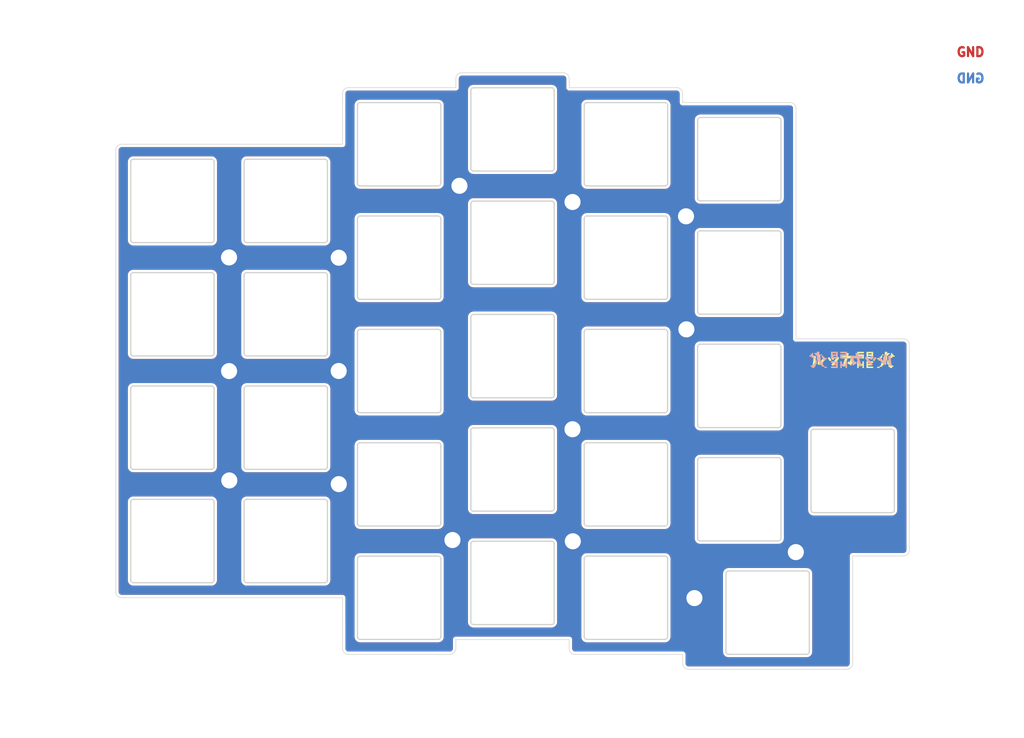
<source format=kicad_pcb>
(kicad_pcb (version 20240108) (generator "pcbnew") (generator_version "8.0")
  (layers (0 "F.Cu" signal) (31 "B.Cu" signal) (34 "B.Paste" user) (35 "F.Paste" user) (36 "B.SilkS" user "B.Silkscreen") (37 "F.SilkS" user "F.Silkscreen") (38 "B.Mask" user) (39 "F.Mask" user) (44 "Edge.Cuts" user))
  (net 0 "")
  (net 1 "GND")
  (footprint "MountingHole:MountingHole_2.7mm_M2.5_DIN965_Pad" (layer "F.Cu") (at 163.251 84.1105)
    (property "Reference" "REF**" (hide yes))
    (property "Value" "MountingHole_2.7mm_M2.5_DIN965_Pad")
    (pad "1" thru_hole circle (at 0 0) (size 4.7 4.7) (drill 2.7) (layers "*.Cu" "*.Mask") (net 1 "GND"))
  )
  (footprint "MountingHole:MountingHole_2.7mm_M2.5_DIN965_Pad" (layer "F.Cu") (at 181.639 121.5385)
    (property "Reference" "REF**" (hide yes))
    (property "Value" "MountingHole_2.7mm_M2.5_DIN965_Pad")
    (pad "1" thru_hole circle (at 0 0) (size 4.7 4.7) (drill 2.7) (layers "*.Cu" "*.Mask") (net 1 "GND"))
  )
  (footprint "MountingHole:MountingHole_2.7mm_M2.5_DIN965_Pad" (layer "F.Cu") (at 104.842 110.1155)
    (property "Reference" "REF**" (hide yes))
    (property "Value" "MountingHole_2.7mm_M2.5_DIN965_Pad")
    (pad "1" thru_hole circle (at 0 0) (size 4.7 4.7) (drill 2.7) (layers "*.Cu" "*.Mask") (net 1 "GND"))
  )
  (footprint "MountingHole:MountingHole_2.7mm_M2.5_DIN965_Pad" (layer "F.Cu") (at 104.84 72.0725)
    (property "Reference" "REF**" (hide yes))
    (property "Value" "MountingHole_2.7mm_M2.5_DIN965_Pad")
    (pad "1" thru_hole circle (at 0 0) (size 4.7 4.7) (drill 2.7) (layers "*.Cu" "*.Mask") (net 1 "GND"))
  )
  (footprint "MountingHole:MountingHole_2.7mm_M2.5_DIN965_Pad" (layer "F.Cu") (at 144.116 62.7135)
    (property "Reference" "REF**" (hide yes))
    (property "Value" "MountingHole_2.7mm_M2.5_DIN965_Pad")
    (pad "1" thru_hole circle (at 0 0) (size 4.7 4.7) (drill 2.7) (layers "*.Cu" "*.Mask") (net 1 "GND"))
  )
  (footprint "MountingHole:MountingHole_2.7mm_M2.5_DIN965_Pad" (layer "F.Cu") (at 104.828 91.1055)
    (property "Reference" "REF**" (hide yes))
    (property "Value" "MountingHole_2.7mm_M2.5_DIN965_Pad")
    (pad "1" thru_hole circle (at 0 0) (size 4.7 4.7) (drill 2.7) (layers "*.Cu" "*.Mask") (net 1 "GND"))
  )
  (footprint "Graphics:58helogo" (layer "F.Cu") (at 193.16875 88.9615)
    (property "Reference" "G***" (hide yes))
    (property "Value" "LOGO" (hide yes))
  )
  (footprint "MountingHole:MountingHole_2.7mm_M2.5_DIN965_Pad" (layer "F.Cu") (at 163.188 65.1135)
    (property "Reference" "REF**" (hide yes))
    (property "Value" "MountingHole_2.7mm_M2.5_DIN965_Pad")
    (pad "1" thru_hole circle (at 0 0) (size 4.7 4.7) (drill 2.7) (layers "*.Cu" "*.Mask") (net 1 "GND"))
  )
  (footprint "MountingHole:MountingHole_2.7mm_M2.5_DIN965_Pad" (layer "F.Cu") (at 144.116 100.8945)
    (property "Reference" "REF**" (hide yes))
    (property "Value" "MountingHole_2.7mm_M2.5_DIN965_Pad")
    (pad "1" thru_hole circle (at 0 0) (size 4.7 4.7) (drill 2.7) (layers "*.Cu" "*.Mask") (net 1 "GND"))
  )
  (footprint "Graphics:tinyfirelucca" (layer "F.Cu") (at 196.780751 89.325432)
    (property "Reference" "G***" (hide yes))
    (property "Value" "LOGO" (hide yes))
  )
  (footprint "MountingHole:MountingHole_2.7mm_M2.5_DIN965_Pad" (layer "F.Cu") (at 86.403 72.0235)
    (property "Reference" "REF**" (hide yes))
    (property "Value" "MountingHole_2.7mm_M2.5_DIN965_Pad")
    (pad "1" thru_hole circle (at 0 0) (size 4.7 4.7) (drill 2.7) (layers "*.Cu" "*.Mask") (net 1 "GND"))
  )
  (footprint "Graphics:luccalogosmall" (layer "F.Cu") (at 187.304836 89.281922)
    (property "Reference" "G***" (hide yes))
    (property "Value" "LOGO" (hide yes))
  )
  (footprint "MountingHole:MountingHole_2.7mm_M2.5_DIN965_Pad" (layer "F.Cu") (at 86.408 91.1205)
    (property "Reference" "REF**" (hide yes))
    (property "Value" "MountingHole_2.7mm_M2.5_DIN965_Pad")
    (pad "1" thru_hole circle (at 0 0) (size 4.7 4.7) (drill 2.7) (layers "*.Cu" "*.Mask") (net 1 "GND"))
  )
  (footprint "MountingHole:MountingHole_2.7mm_M2.5_DIN965_Pad" (layer "F.Cu") (at 123.944 119.5095)
    (property "Reference" "REF**" (hide yes))
    (property "Value" "MountingHole_2.7mm_M2.5_DIN965_Pad")
    (pad "1" thru_hole circle (at 0 0) (size 4.7 4.7) (drill 2.7) (layers "*.Cu" "*.Mask") (net 1 "GND"))
  )
  (footprint "1.5U HEKey:Switchhole" (layer "B.Cu") (at 114.98775 91.1095 180)
    (property "Reference" "H16" (hide yes))
    (property "Value" "HX6659ISO-B" (hide yes))
    (fp_line (start 7 -6.5) (end 7 6.5) (stroke (width 0.2)) (layer "Edge.Cuts"))
    (fp_line (start 6.5 7) (end -6.5 7) (stroke (width 0.2)) (layer "Edge.Cuts"))
    (fp_line (start -6.5 -7) (end 6.5 -7) (stroke (width 0.2)) (layer "Edge.Cuts"))
    (fp_line (start -7 6.5) (end -7 -6.5) (stroke (width 0.2)) (layer "Edge.Cuts"))
    (fp_curve (pts (xy 7 6.5) (xy 7 6.560751) (xy 7 6.625669) (xy 6.978198 6.695289)) (stroke (width 0.2)) (layer "Edge.Cuts"))
    (fp_curve (pts (xy 6.992755 -6.632458) (xy 7 -6.58629) (xy 7 -6.542412) (xy 7 -6.5)) (stroke (width 0.2)) (layer "Edge.Cuts"))
    (fp_curve (pts (xy 6.978198 6.695289) (xy 6.961584 6.748344) (xy 6.93499 6.796333) (xy 6.898007 6.840477)) (stroke (width 0.2)) (layer "Edge.Cuts"))
    (fp_curve (pts (xy 6.95085 -6.761558) (xy 6.975016 -6.715026) (xy 6.986715 -6.670949) (xy 6.992755 -6.632458)) (stroke (width 0.2)) (layer "Edge.Cuts"))
    (fp_curve (pts (xy 6.898007 6.840477) (xy 6.863982 6.881092) (xy 6.818159 6.921454) (xy 6.761558 6.95085)) (stroke (width 0.2)) (layer "Edge.Cuts"))
    (fp_curve (pts (xy 6.840477 -6.898008) (xy 6.881092 -6.863983) (xy 6.921454 -6.81816) (xy 6.95085 -6.761558)) (stroke (width 0.2)) (layer "Edge.Cuts"))
    (fp_curve (pts (xy 6.761558 6.95085) (xy 6.715026 6.975016) (xy 6.670949 6.986715) (xy 6.632457 6.992755)) (stroke (width 0.2)) (layer "Edge.Cuts"))
    (fp_curve (pts (xy 6.69529 -6.978198) (xy 6.748344 -6.961584) (xy 6.796333 -6.93499) (xy 6.840477 -6.898008)) (stroke (width 0.2)) (layer "Edge.Cuts"))
    (fp_curve (pts (xy 6.632457 6.992755) (xy 6.58629 7) (xy 6.542412 7) (xy 6.5 7)) (stroke (width 0.2)) (layer "Edge.Cuts"))
    (fp_curve (pts (xy 6.5 -7) (xy 6.560751 -7) (xy 6.625669 -7) (xy 6.69529 -6.978198)) (stroke (width 0.2)) (layer "Edge.Cuts"))
    (fp_curve (pts (xy -6.5 7) (xy -6.560751 7) (xy -6.625669 7) (xy -6.695289 6.978198)) (stroke (width 0.2)) (layer "Edge.Cuts"))
    (fp_curve (pts (xy -6.632458 -6.992756) (xy -6.58629 -7) (xy -6.542412 -7) (xy -6.5 -7)) (stroke (width 0.2)) (layer "Edge.Cuts"))
    (fp_curve (pts (xy -6.695289 6.978198) (xy -6.748344 6.961584) (xy -6.796333 6.93499) (xy -6.840477 6.898008)) (stroke (width 0.2)) (layer "Edge.Cuts"))
    (fp_curve (pts (xy -6.761558 -6.95085) (xy -6.715026 -6.975016) (xy -6.670949 -6.986716) (xy -6.632458 -6.992756)) (stroke (width 0.2)) (layer "Edge.Cuts"))
    (fp_curve (pts (xy -6.840477 6.898008) (xy -6.881092 6.863983) (xy -6.921454 6.81816) (xy -6.950849 6.761558)) (stroke (width 0.2)) (layer "Edge.Cuts"))
    (fp_curve (pts (xy -6.898008 -6.840478) (xy -6.863982 -6.881093) (xy -6.81816 -6.921455) (xy -6.761558 -6.95085)) (stroke (width 0.2)) (layer "Edge.Cuts"))
    (fp_curve (pts (xy -6.950849 6.761558) (xy -6.975015 6.715026) (xy -6.986715 6.670949) (xy -6.992755 6.632458)) (stroke (width 0.2)) (layer "Edge.Cuts"))
    (fp_curve (pts (xy -6.978198 -6.69529) (xy -6.961584 -6.748344) (xy -6.93499 -6.796333) (xy -6.898008 -6.840478)) (stroke (width 0.2)) (layer "Edge.Cuts"))
    (fp_curve (pts (xy -6.992755 6.632458) (xy -7 6.58629) (xy -7 6.542412) (xy -7 6.5)) (stroke (width 0.2)) (layer "Edge.Cuts"))
    (fp_curve (pts (xy -7 -6.5) (xy -7 -6.560752) (xy -7 -6.625669) (xy -6.978198 -6.69529)) (stroke (width 0.2)) (layer "Edge.Cuts"))
  )
  (footprint "1.5U HEKey:Switchhole" (layer "B.Cu") (at 172.142 74.5605 180)
    (property "Reference" "H12" (hide yes))
    (property "Value" "HX6659ISO-B" (hide yes))
    (fp_line (start 7 -6.5) (end 7 6.5) (stroke (width 0.2)) (layer "Edge.Cuts"))
    (fp_line (start 6.5 7) (end -6.5 7) (stroke (width 0.2)) (layer "Edge.Cuts"))
    (fp_line (start -6.5 -7) (end 6.5 -7) (stroke (width 0.2)) (layer "Edge.Cuts"))
    (fp_line (start -7 6.5) (end -7 -6.5) (stroke (width 0.2)) (layer "Edge.Cuts"))
    (fp_curve (pts (xy 7 6.5) (xy 7 6.560751) (xy 7 6.625669) (xy 6.978198 6.695289)) (stroke (width 0.2)) (layer "Edge.Cuts"))
    (fp_curve (pts (xy 6.992755 -6.632458) (xy 7 -6.58629) (xy 7 -6.542412) (xy 7 -6.5)) (stroke (width 0.2)) (layer "Edge.Cuts"))
    (fp_curve (pts (xy 6.978198 6.695289) (xy 6.961584 6.748344) (xy 6.93499 6.796333) (xy 6.898007 6.840477)) (stroke (width 0.2)) (layer "Edge.Cuts"))
    (fp_curve (pts (xy 6.95085 -6.761558) (xy 6.975016 -6.715026) (xy 6.986715 -6.670949) (xy 6.992755 -6.632458)) (stroke (width 0.2)) (layer "Edge.Cuts"))
    (fp_curve (pts (xy 6.898007 6.840477) (xy 6.863982 6.881092) (xy 6.818159 6.921454) (xy 6.761558 6.95085)) (stroke (width 0.2)) (layer "Edge.Cuts"))
    (fp_curve (pts (xy 6.840477 -6.898008) (xy 6.881092 -6.863983) (xy 6.921454 -6.81816) (xy 6.95085 -6.761558)) (stroke (width 0.2)) (layer "Edge.Cuts"))
    (fp_curve (pts (xy 6.761558 6.95085) (xy 6.715026 6.975016) (xy 6.670949 6.986715) (xy 6.632457 6.992755)) (stroke (width 0.2)) (layer "Edge.Cuts"))
    (fp_curve (pts (xy 6.69529 -6.978198) (xy 6.748344 -6.961584) (xy 6.796333 -6.93499) (xy 6.840477 -6.898008)) (stroke (width 0.2)) (layer "Edge.Cuts"))
    (fp_curve (pts (xy 6.632457 6.992755) (xy 6.58629 7) (xy 6.542412 7) (xy 6.5 7)) (stroke (width 0.2)) (layer "Edge.Cuts"))
    (fp_curve (pts (xy 6.5 -7) (xy 6.560751 -7) (xy 6.625669 -7) (xy 6.69529 -6.978198)) (stroke (width 0.2)) (layer "Edge.Cuts"))
    (fp_curve (pts (xy -6.5 7) (xy -6.560751 7) (xy -6.625669 7) (xy -6.695289 6.978198)) (stroke (width 0.2)) (layer "Edge.Cuts"))
    (fp_curve (pts (xy -6.632458 -6.992756) (xy -6.58629 -7) (xy -6.542412 -7) (xy -6.5 -7)) (stroke (width 0.2)) (layer "Edge.Cuts"))
    (fp_curve (pts (xy -6.695289 6.978198) (xy -6.748344 6.961584) (xy -6.796333 6.93499) (xy -6.840477 6.898008)) (stroke (width 0.2)) (layer "Edge.Cuts"))
    (fp_curve (pts (xy -6.761558 -6.95085) (xy -6.715026 -6.975016) (xy -6.670949 -6.986716) (xy -6.632458 -6.992756)) (stroke (width 0.2)) (layer "Edge.Cuts"))
    (fp_curve (pts (xy -6.840477 6.898008) (xy -6.881092 6.863983) (xy -6.921454 6.81816) (xy -6.950849 6.761558)) (stroke (width 0.2)) (layer "Edge.Cuts"))
    (fp_curve (pts (xy -6.898008 -6.840478) (xy -6.863982 -6.881093) (xy -6.81816 -6.921455) (xy -6.761558 -6.95085)) (stroke (width 0.2)) (layer "Edge.Cuts"))
    (fp_curve (pts (xy -6.950849 6.761558) (xy -6.975015 6.715026) (xy -6.986715 6.670949) (xy -6.992755 6.632458)) (stroke (width 0.2)) (layer "Edge.Cuts"))
    (fp_curve (pts (xy -6.978198 -6.69529) (xy -6.961584 -6.748344) (xy -6.93499 -6.796333) (xy -6.898008 -6.840478)) (stroke (width 0.2)) (layer "Edge.Cuts"))
    (fp_curve (pts (xy -6.992755 6.632458) (xy -7 6.58629) (xy -7 6.542412) (xy -7 6.5)) (stroke (width 0.2)) (layer "Edge.Cuts"))
    (fp_curve (pts (xy -7 -6.5) (xy -7 -6.560752) (xy -7 -6.625669) (xy -6.978198 -6.69529)) (stroke (width 0.2)) (layer "Edge.Cuts"))
  )
  (footprint "1.5U HEKey:Switchhole" (layer "B.Cu") (at 134.040748 88.609005 180)
    (property "Reference" "H15" (hide yes))
    (property "Value" "HX6659ISO-B" (hide yes))
    (fp_line (start 7 -6.5) (end 7 6.5) (stroke (width 0.2)) (layer "Edge.Cuts"))
    (fp_line (start 6.5 7) (end -6.5 7) (stroke (width 0.2)) (layer "Edge.Cuts"))
    (fp_line (start -6.5 -7) (end 6.5 -7) (stroke (width 0.2)) (layer "Edge.Cuts"))
    (fp_line (start -7 6.5) (end -7 -6.5) (stroke (width 0.2)) (layer "Edge.Cuts"))
    (fp_curve (pts (xy 7 6.5) (xy 7 6.560751) (xy 7 6.625669) (xy 6.978198 6.695289)) (stroke (width 0.2)) (layer "Edge.Cuts"))
    (fp_curve (pts (xy 6.992755 -6.632458) (xy 7 -6.58629) (xy 7 -6.542412) (xy 7 -6.5)) (stroke (width 0.2)) (layer "Edge.Cuts"))
    (fp_curve (pts (xy 6.978198 6.695289) (xy 6.961584 6.748344) (xy 6.93499 6.796333) (xy 6.898007 6.840477)) (stroke (width 0.2)) (layer "Edge.Cuts"))
    (fp_curve (pts (xy 6.95085 -6.761558) (xy 6.975016 -6.715026) (xy 6.986715 -6.670949) (xy 6.992755 -6.632458)) (stroke (width 0.2)) (layer "Edge.Cuts"))
    (fp_curve (pts (xy 6.898007 6.840477) (xy 6.863982 6.881092) (xy 6.818159 6.921454) (xy 6.761558 6.95085)) (stroke (width 0.2)) (layer "Edge.Cuts"))
    (fp_curve (pts (xy 6.840477 -6.898008) (xy 6.881092 -6.863983) (xy 6.921454 -6.81816) (xy 6.95085 -6.761558)) (stroke (width 0.2)) (layer "Edge.Cuts"))
    (fp_curve (pts (xy 6.761558 6.95085) (xy 6.715026 6.975016) (xy 6.670949 6.986715) (xy 6.632457 6.992755)) (stroke (width 0.2)) (layer "Edge.Cuts"))
    (fp_curve (pts (xy 6.69529 -6.978198) (xy 6.748344 -6.961584) (xy 6.796333 -6.93499) (xy 6.840477 -6.898008)) (stroke (width 0.2)) (layer "Edge.Cuts"))
    (fp_curve (pts (xy 6.632457 6.992755) (xy 6.58629 7) (xy 6.542412 7) (xy 6.5 7)) (stroke (width 0.2)) (layer "Edge.Cuts"))
    (fp_curve (pts (xy 6.5 -7) (xy 6.560751 -7) (xy 6.625669 -7) (xy 6.69529 -6.978198)) (stroke (width 0.2)) (layer "Edge.Cuts"))
    (fp_curve (pts (xy -6.5 7) (xy -6.560751 7) (xy -6.625669 7) (xy -6.695289 6.978198)) (stroke (width 0.2)) (layer "Edge.Cuts"))
    (fp_curve (pts (xy -6.632458 -6.992756) (xy -6.58629 -7) (xy -6.542412 -7) (xy -6.5 -7)) (stroke (width 0.2)) (layer "Edge.Cuts"))
    (fp_curve (pts (xy -6.695289 6.978198) (xy -6.748344 6.961584) (xy -6.796333 6.93499) (xy -6.840477 6.898008)) (stroke (width 0.2)) (layer "Edge.Cuts"))
    (fp_curve (pts (xy -6.761558 -6.95085) (xy -6.715026 -6.975016) (xy -6.670949 -6.986716) (xy -6.632458 -6.992756)) (stroke (width 0.2)) (layer "Edge.Cuts"))
    (fp_curve (pts (xy -6.840477 6.898008) (xy -6.881092 6.863983) (xy -6.921454 6.81816) (xy -6.950849 6.761558)) (stroke (width 0.2)) (layer "Edge.Cuts"))
    (fp_curve (pts (xy -6.898008 -6.840478) (xy -6.863982 -6.881093) (xy -6.81816 -6.921455) (xy -6.761558 -6.95085)) (stroke (width 0.2)) (layer "Edge.Cuts"))
    (fp_curve (pts (xy -6.950849 6.761558) (xy -6.975015 6.715026) (xy -6.986715 6.670949) (xy -6.992755 6.632458)) (stroke (width 0.2)) (layer "Edge.Cuts"))
    (fp_curve (pts (xy -6.978198 -6.69529) (xy -6.961584 -6.748344) (xy -6.93499 -6.796333) (xy -6.898008 -6.840478)) (stroke (width 0.2)) (layer "Edge.Cuts"))
    (fp_curve (pts (xy -6.992755 6.632458) (xy -7 6.58629) (xy -7 6.542412) (xy -7 6.5)) (stroke (width 0.2)) (layer "Edge.Cuts"))
    (fp_curve (pts (xy -7 -6.5) (xy -7 -6.560752) (xy -7 -6.625669) (xy -6.978198 -6.69529)) (stroke (width 0.2)) (layer "Edge.Cuts"))
  )
  (footprint "1.5U HEKey:Switchhole" (layer "B.Cu") (at 95.93575 81.579 180)
    (property "Reference" "H8" (hide yes))
    (property "Value" "HX6659ISO-B" (hide yes))
    (fp_line (start 7 -6.5) (end 7 6.5) (stroke (width 0.2)) (layer "Edge.Cuts"))
    (fp_line (start 6.5 7) (end -6.5 7) (stroke (width 0.2)) (layer "Edge.Cuts"))
    (fp_line (start -6.5 -7) (end 6.5 -7) (stroke (width 0.2)) (layer "Edge.Cuts"))
    (fp_line (start -7 6.5) (end -7 -6.5) (stroke (width 0.2)) (layer "Edge.Cuts"))
    (fp_curve (pts (xy 7 6.5) (xy 7 6.560751) (xy 7 6.625669) (xy 6.978198 6.695289)) (stroke (width 0.2)) (layer "Edge.Cuts"))
    (fp_curve (pts (xy 6.992755 -6.632458) (xy 7 -6.58629) (xy 7 -6.542412) (xy 7 -6.5)) (stroke (width 0.2)) (layer "Edge.Cuts"))
    (fp_curve (pts (xy 6.978198 6.695289) (xy 6.961584 6.748344) (xy 6.93499 6.796333) (xy 6.898007 6.840477)) (stroke (width 0.2)) (layer "Edge.Cuts"))
    (fp_curve (pts (xy 6.95085 -6.761558) (xy 6.975016 -6.715026) (xy 6.986715 -6.670949) (xy 6.992755 -6.632458)) (stroke (width 0.2)) (layer "Edge.Cuts"))
    (fp_curve (pts (xy 6.898007 6.840477) (xy 6.863982 6.881092) (xy 6.818159 6.921454) (xy 6.761558 6.95085)) (stroke (width 0.2)) (layer "Edge.Cuts"))
    (fp_curve (pts (xy 6.840477 -6.898008) (xy 6.881092 -6.863983) (xy 6.921454 -6.81816) (xy 6.95085 -6.761558)) (stroke (width 0.2)) (layer "Edge.Cuts"))
    (fp_curve (pts (xy 6.761558 6.95085) (xy 6.715026 6.975016) (xy 6.670949 6.986715) (xy 6.632457 6.992755)) (stroke (width 0.2)) (layer "Edge.Cuts"))
    (fp_curve (pts (xy 6.69529 -6.978198) (xy 6.748344 -6.961584) (xy 6.796333 -6.93499) (xy 6.840477 -6.898008)) (stroke (width 0.2)) (layer "Edge.Cuts"))
    (fp_curve (pts (xy 6.632457 6.992755) (xy 6.58629 7) (xy 6.542412 7) (xy 6.5 7)) (stroke (width 0.2)) (layer "Edge.Cuts"))
    (fp_curve (pts (xy 6.5 -7) (xy 6.560751 -7) (xy 6.625669 -7) (xy 6.69529 -6.978198)) (stroke (width 0.2)) (layer "Edge.Cuts"))
    (fp_curve (pts (xy -6.5 7) (xy -6.560751 7) (xy -6.625669 7) (xy -6.695289 6.978198)) (stroke (width 0.2)) (layer "Edge.Cuts"))
    (fp_curve (pts (xy -6.632458 -6.992756) (xy -6.58629 -7) (xy -6.542412 -7) (xy -6.5 -7)) (stroke (width 0.2)) (layer "Edge.Cuts"))
    (fp_curve (pts (xy -6.695289 6.978198) (xy -6.748344 6.961584) (xy -6.796333 6.93499) (xy -6.840477 6.898008)) (stroke (width 0.2)) (layer "Edge.Cuts"))
    (fp_curve (pts (xy -6.761558 -6.95085) (xy -6.715026 -6.975016) (xy -6.670949 -6.986716) (xy -6.632458 -6.992756)) (stroke (width 0.2)) (layer "Edge.Cuts"))
    (fp_curve (pts (xy -6.840477 6.898008) (xy -6.881092 6.863983) (xy -6.921454 6.81816) (xy -6.950849 6.761558)) (stroke (width 0.2)) (layer "Edge.Cuts"))
    (fp_curve (pts (xy -6.898008 -6.840478) (xy -6.863982 -6.881093) (xy -6.81816 -6.921455) (xy -6.761558 -6.95085)) (stroke (width 0.2)) (layer "Edge.Cuts"))
    (fp_curve (pts (xy -6.950849 6.761558) (xy -6.975015 6.715026) (xy -6.986715 6.670949) (xy -6.992755 6.632458)) (stroke (width 0.2)) (layer "Edge.Cuts"))
    (fp_curve (pts (xy -6.978198 -6.69529) (xy -6.961584 -6.748344) (xy -6.93499 -6.796333) (xy -6.898008 -6.840478)) (stroke (width 0.2)) (layer "Edge.Cuts"))
    (fp_curve (pts (xy -6.992755 6.632458) (xy -7 6.58629) (xy -7 6.542412) (xy -7 6.5)) (stroke (width 0.2)) (layer "Edge.Cuts"))
    (fp_curve (pts (xy -7 -6.5) (xy -7 -6.560752) (xy -7 -6.625669) (xy -6.978198 -6.69529)) (stroke (width 0.2)) (layer "Edge.Cuts"))
  )
  (footprint "Graphics:tinyfirelucca" (layer "B.Cu") (at 185.38475 89.308432 180)
    (property "Reference" "G***" (hide yes))
    (property "Value" "LOGO" (hide yes))
  )
  (footprint "1.5U HEKey:Switchhole" (layer "B.Cu") (at 153.085741 110.160247 180)
    (property "Reference" "H23" (hide yes))
    (property "Value" "HX6659ISO-B" (hide yes))
    (fp_line (start 7 -6.5) (end 7 6.5) (stroke (width 0.2)) (layer "Edge.Cuts"))
    (fp_line (start 6.5 7) (end -6.5 7) (stroke (width 0.2)) (layer "Edge.Cuts"))
    (fp_line (start -6.5 -7) (end 6.5 -7) (stroke (width 0.2)) (layer "Edge.Cuts"))
    (fp_line (start -7 6.5) (end -7 -6.5) (stroke (width 0.2)) (layer "Edge.Cuts"))
    (fp_curve (pts (xy 7 6.5) (xy 7 6.560751) (xy 7 6.625669) (xy 6.978198 6.695289)) (stroke (width 0.2)) (layer "Edge.Cuts"))
    (fp_curve (pts (xy 6.992755 -6.632458) (xy 7 -6.58629) (xy 7 -6.542412) (xy 7 -6.5)) (stroke (width 0.2)) (layer "Edge.Cuts"))
    (fp_curve (pts (xy 6.978198 6.695289) (xy 6.961584 6.748344) (xy 6.93499 6.796333) (xy 6.898007 6.840477)) (stroke (width 0.2)) (layer "Edge.Cuts"))
    (fp_curve (pts (xy 6.95085 -6.761558) (xy 6.975016 -6.715026) (xy 6.986715 -6.670949) (xy 6.992755 -6.632458)) (stroke (width 0.2)) (layer "Edge.Cuts"))
    (fp_curve (pts (xy 6.898007 6.840477) (xy 6.863982 6.881092) (xy 6.818159 6.921454) (xy 6.761558 6.95085)) (stroke (width 0.2)) (layer "Edge.Cuts"))
    (fp_curve (pts (xy 6.840477 -6.898008) (xy 6.881092 -6.863983) (xy 6.921454 -6.81816) (xy 6.95085 -6.761558)) (stroke (width 0.2)) (layer "Edge.Cuts"))
    (fp_curve (pts (xy 6.761558 6.95085) (xy 6.715026 6.975016) (xy 6.670949 6.986715) (xy 6.632457 6.992755)) (stroke (width 0.2)) (layer "Edge.Cuts"))
    (fp_curve (pts (xy 6.69529 -6.978198) (xy 6.748344 -6.961584) (xy 6.796333 -6.93499) (xy 6.840477 -6.898008)) (stroke (width 0.2)) (layer "Edge.Cuts"))
    (fp_curve (pts (xy 6.632457 6.992755) (xy 6.58629 7) (xy 6.542412 7) (xy 6.5 7)) (stroke (width 0.2)) (layer "Edge.Cuts"))
    (fp_curve (pts (xy 6.5 -7) (xy 6.560751 -7) (xy 6.625669 -7) (xy 6.69529 -6.978198)) (stroke (width 0.2)) (layer "Edge.Cuts"))
    (fp_curve (pts (xy -6.5 7) (xy -6.560751 7) (xy -6.625669 7) (xy -6.695289 6.978198)) (stroke (width 0.2)) (layer "Edge.Cuts"))
    (fp_curve (pts (xy -6.632458 -6.992756) (xy -6.58629 -7) (xy -6.542412 -7) (xy -6.5 -7)) (stroke (width 0.2)) (layer "Edge.Cuts"))
    (fp_curve (pts (xy -6.695289 6.978198) (xy -6.748344 6.961584) (xy -6.796333 6.93499) (xy -6.840477 6.898008)) (stroke (width 0.2)) (layer "Edge.Cuts"))
    (fp_curve (pts (xy -6.761558 -6.95085) (xy -6.715026 -6.975016) (xy -6.670949 -6.986716) (xy -6.632458 -6.992756)) (stroke (width 0.2)) (layer "Edge.Cuts"))
    (fp_curve (pts (xy -6.840477 6.898008) (xy -6.881092 6.863983) (xy -6.921454 6.81816) (xy -6.950849 6.761558)) (stroke (width 0.2)) (layer "Edge.Cuts"))
    (fp_curve (pts (xy -6.898008 -6.840478) (xy -6.863982 -6.881093) (xy -6.81816 -6.921455) (xy -6.761558 -6.95085)) (stroke (width 0.2)) (layer "Edge.Cuts"))
    (fp_curve (pts (xy -6.950849 6.761558) (xy -6.975015 6.715026) (xy -6.986715 6.670949) (xy -6.992755 6.632458)) (stroke (width 0.2)) (layer "Edge.Cuts"))
    (fp_curve (pts (xy -6.978198 -6.69529) (xy -6.961584 -6.748344) (xy -6.93499 -6.796333) (xy -6.898008 -6.840478)) (stroke (width 0.2)) (layer "Edge.Cuts"))
    (fp_curve (pts (xy -6.992755 6.632458) (xy -7 6.58629) (xy -7 6.542412) (xy -7 6.5)) (stroke (width 0.2)) (layer "Edge.Cuts"))
    (fp_curve (pts (xy -7 -6.5) (xy -7 -6.560752) (xy -7 -6.625669) (xy -6.978198 -6.69529)) (stroke (width 0.2)) (layer "Edge.Cuts"))
  )
  (footprint "MountingHole:MountingHole_2.7mm_M2.5_DIN965_Pad" (layer "B.Cu") (at 144.169 119.7195 180)
    (property "Reference" "REF**" (hide yes))
    (property "Value" "MountingHole_2.7mm_M2.5_DIN965_Pad")
    (pad "1" thru_hole circle (at 0 0 180) (size 4.7 4.7) (drill 2.7) (layers "*.Cu" "*.Mask") (net 1 "GND"))
  )
  (footprint "1.5U HEKey:Switchhole" (layer "B.Cu") (at 76.88575 81.579 180)
    (property "Reference" "H7" (hide yes))
    (property "Value" "HX6659ISO-B" (hide yes))
    (fp_line (start 7 -6.5) (end 7 6.5) (stroke (width 0.2)) (layer "Edge.Cuts"))
    (fp_line (start 6.5 7) (end -6.5 7) (stroke (width 0.2)) (layer "Edge.Cuts"))
    (fp_line (start -6.5 -7) (end 6.5 -7) (stroke (width 0.2)) (layer "Edge.Cuts"))
    (fp_line (start -7 6.5) (end -7 -6.5) (stroke (width 0.2)) (layer "Edge.Cuts"))
    (fp_curve (pts (xy 7 6.5) (xy 7 6.560751) (xy 7 6.625669) (xy 6.978198 6.695289)) (stroke (width 0.2)) (layer "Edge.Cuts"))
    (fp_curve (pts (xy 6.992755 -6.632458) (xy 7 -6.58629) (xy 7 -6.542412) (xy 7 -6.5)) (stroke (width 0.2)) (layer "Edge.Cuts"))
    (fp_curve (pts (xy 6.978198 6.695289) (xy 6.961584 6.748344) (xy 6.93499 6.796333) (xy 6.898007 6.840477)) (stroke (width 0.2)) (layer "Edge.Cuts"))
    (fp_curve (pts (xy 6.95085 -6.761558) (xy 6.975016 -6.715026) (xy 6.986715 -6.670949) (xy 6.992755 -6.632458)) (stroke (width 0.2)) (layer "Edge.Cuts"))
    (fp_curve (pts (xy 6.898007 6.840477) (xy 6.863982 6.881092) (xy 6.818159 6.921454) (xy 6.761558 6.95085)) (stroke (width 0.2)) (layer "Edge.Cuts"))
    (fp_curve (pts (xy 6.840477 -6.898008) (xy 6.881092 -6.863983) (xy 6.921454 -6.81816) (xy 6.95085 -6.761558)) (stroke (width 0.2)) (layer "Edge.Cuts"))
    (fp_curve (pts (xy 6.761558 6.95085) (xy 6.715026 6.975016) (xy 6.670949 6.986715) (xy 6.632457 6.992755)) (stroke (width 0.2)) (layer "Edge.Cuts"))
    (fp_curve (pts (xy 6.69529 -6.978198) (xy 6.748344 -6.961584) (xy 6.796333 -6.93499) (xy 6.840477 -6.898008)) (stroke (width 0.2)) (layer "Edge.Cuts"))
    (fp_curve (pts (xy 6.632457 6.992755) (xy 6.58629 7) (xy 6.542412 7) (xy 6.5 7)) (stroke (width 0.2)) (layer "Edge.Cuts"))
    (fp_curve (pts (xy 6.5 -7) (xy 6.560751 -7) (xy 6.625669 -7) (xy 6.69529 -6.978198)) (stroke (width 0.2)) (layer "Edge.Cuts"))
    (fp_curve (pts (xy -6.5 7) (xy -6.560751 7) (xy -6.625669 7) (xy -6.695289 6.978198)) (stroke (width 0.2)) (layer "Edge.Cuts"))
    (fp_curve (pts (xy -6.632458 -6.992756) (xy -6.58629 -7) (xy -6.542412 -7) (xy -6.5 -7)) (stroke (width 0.2)) (layer "Edge.Cuts"))
    (fp_curve (pts (xy -6.695289 6.978198) (xy -6.748344 6.961584) (xy -6.796333 6.93499) (xy -6.840477 6.898008)) (stroke (width 0.2)) (layer "Edge.Cuts"))
    (fp_curve (pts (xy -6.761558 -6.95085) (xy -6.715026 -6.975016) (xy -6.670949 -6.986716) (xy -6.632458 -6.992756)) (stroke (width 0.2)) (layer "Edge.Cuts"))
    (fp_curve (pts (xy -6.840477 6.898008) (xy -6.881092 6.863983) (xy -6.921454 6.81816) (xy -6.950849 6.761558)) (stroke (width 0.2)) (layer "Edge.Cuts"))
    (fp_curve (pts (xy -6.898008 -6.840478) (xy -6.863982 -6.881093) (xy -6.81816 -6.921455) (xy -6.761558 -6.95085)) (stroke (width 0.2)) (layer "Edge.Cuts"))
    (fp_curve (pts (xy -6.950849 6.761558) (xy -6.975015 6.715026) (xy -6.986715 6.670949) (xy -6.992755 6.632458)) (stroke (width 0.2)) (layer "Edge.Cuts"))
    (fp_curve (pts (xy -6.978198 -6.69529) (xy -6.961584 -6.748344) (xy -6.93499 -6.796333) (xy -6.898008 -6.840478)) (stroke (width 0.2)) (layer "Edge.Cuts"))
    (fp_curve (pts (xy -6.992755 6.632458) (xy -7 6.58629) (xy -7 6.542412) (xy -7 6.5)) (stroke (width 0.2)) (layer "Edge.Cuts"))
    (fp_curve (pts (xy -7 -6.5) (xy -7 -6.560752) (xy -7 -6.625669) (xy -6.978198 -6.69529)) (stroke (width 0.2)) (layer "Edge.Cuts"))
  )
  (footprint "1.5U HEKey:Switchhole" (layer "B.Cu") (at 153.085741 91.110247 180)
    (property "Reference" "H14" (hide yes))
    (property "Value" "HX6659ISO-B" (hide yes))
    (fp_line (start 7 -6.5) (end 7 6.5) (stroke (width 0.2)) (layer "Edge.Cuts"))
    (fp_line (start 6.5 7) (end -6.5 7) (stroke (width 0.2)) (layer "Edge.Cuts"))
    (fp_line (start -6.5 -7) (end 6.5 -7) (stroke (width 0.2)) (layer "Edge.Cuts"))
    (fp_line (start -7 6.5) (end -7 -6.5) (stroke (width 0.2)) (layer "Edge.Cuts"))
    (fp_curve (pts (xy 7 6.5) (xy 7 6.560751) (xy 7 6.625669) (xy 6.978198 6.695289)) (stroke (width 0.2)) (layer "Edge.Cuts"))
    (fp_curve (pts (xy 6.992755 -6.632458) (xy 7 -6.58629) (xy 7 -6.542412) (xy 7 -6.5)) (stroke (width 0.2)) (layer "Edge.Cuts"))
    (fp_curve (pts (xy 6.978198 6.695289) (xy 6.961584 6.748344) (xy 6.93499 6.796333) (xy 6.898007 6.840477)) (stroke (width 0.2)) (layer "Edge.Cuts"))
    (fp_curve (pts (xy 6.95085 -6.761558) (xy 6.975016 -6.715026) (xy 6.986715 -6.670949) (xy 6.992755 -6.632458)) (stroke (width 0.2)) (layer "Edge.Cuts"))
    (fp_curve (pts (xy 6.898007 6.840477) (xy 6.863982 6.881092) (xy 6.818159 6.921454) (xy 6.761558 6.95085)) (stroke (width 0.2)) (layer "Edge.Cuts"))
    (fp_curve (pts (xy 6.840477 -6.898008) (xy 6.881092 -6.863983) (xy 6.921454 -6.81816) (xy 6.95085 -6.761558)) (stroke (width 0.2)) (layer "Edge.Cuts"))
    (fp_curve (pts (xy 6.761558 6.95085) (xy 6.715026 6.975016) (xy 6.670949 6.986715) (xy 6.632457 6.992755)) (stroke (width 0.2)) (layer "Edge.Cuts"))
    (fp_curve (pts (xy 6.69529 -6.978198) (xy 6.748344 -6.961584) (xy 6.796333 -6.93499) (xy 6.840477 -6.898008)) (stroke (width 0.2)) (layer "Edge.Cuts"))
    (fp_curve (pts (xy 6.632457 6.992755) (xy 6.58629 7) (xy 6.542412 7) (xy 6.5 7)) (stroke (width 0.2)) (layer "Edge.Cuts"))
    (fp_curve (pts (xy 6.5 -7) (xy 6.560751 -7) (xy 6.625669 -7) (xy 6.69529 -6.978198)) (stroke (width 0.2)) (layer "Edge.Cuts"))
    (fp_curve (pts (xy -6.5 7) (xy -6.560751 7) (xy -6.625669 7) (xy -6.695289 6.978198)) (stroke (width 0.2)) (layer "Edge.Cuts"))
    (fp_curve (pts (xy -6.632458 -6.992756) (xy -6.58629 -7) (xy -6.542412 -7) (xy -6.5 -7)) (stroke (width 0.2)) (layer "Edge.Cuts"))
    (fp_curve (pts (xy -6.695289 6.978198) (xy -6.748344 6.961584) (xy -6.796333 6.93499) (xy -6.840477 6.898008)) (stroke (width 0.2)) (layer "Edge.Cuts"))
    (fp_curve (pts (xy -6.761558 -6.95085) (xy -6.715026 -6.975016) (xy -6.670949 -6.986716) (xy -6.632458 -6.992756)) (stroke (width 0.2)) (layer "Edge.Cuts"))
    (fp_curve (pts (xy -6.840477 6.898008) (xy -6.881092 6.863983) (xy -6.921454 6.81816) (xy -6.950849 6.761558)) (stroke (width 0.2)) (layer "Edge.Cuts"))
    (fp_curve (pts (xy -6.898008 -6.840478) (xy -6.863982 -6.881093) (xy -6.81816 -6.921455) (xy -6.761558 -6.95085)) (stroke (width 0.2)) (layer "Edge.Cuts"))
    (fp_curve (pts (xy -6.950849 6.761558) (xy -6.975015 6.715026) (xy -6.986715 6.670949) (xy -6.992755 6.632458)) (stroke (width 0.2)) (layer "Edge.Cuts"))
    (fp_curve (pts (xy -6.978198 -6.69529) (xy -6.961584 -6.748344) (xy -6.93499 -6.796333) (xy -6.898008 -6.840478)) (stroke (width 0.2)) (layer "Edge.Cuts"))
    (fp_curve (pts (xy -6.992755 6.632458) (xy -7 6.58629) (xy -7 6.542412) (xy -7 6.5)) (stroke (width 0.2)) (layer "Edge.Cuts"))
    (fp_curve (pts (xy -7 -6.5) (xy -7 -6.560752) (xy -7 -6.625669) (xy -6.978198 -6.69529)) (stroke (width 0.2)) (layer "Edge.Cuts"))
  )
  (footprint "1.5U HEKey:Switchhole" (layer "B.Cu") (at 114.99 129.20425 180)
    (property "Reference" "H29" (hide yes))
    (property "Value" "HX6659ISO-B" (hide yes))
    (fp_line (start 7 -6.5) (end 7 6.5) (stroke (width 0.2)) (layer "Edge.Cuts"))
    (fp_line (start 6.5 7) (end -6.5 7) (stroke (width 0.2)) (layer "Edge.Cuts"))
    (fp_line (start -6.5 -7) (end 6.5 -7) (stroke (width 0.2)) (layer "Edge.Cuts"))
    (fp_line (start -7 6.5) (end -7 -6.5) (stroke (width 0.2)) (layer "Edge.Cuts"))
    (fp_curve (pts (xy 7 6.5) (xy 7 6.560751) (xy 7 6.625669) (xy 6.978198 6.695289)) (stroke (width 0.2)) (layer "Edge.Cuts"))
    (fp_curve (pts (xy 6.992755 -6.632458) (xy 7 -6.58629) (xy 7 -6.542412) (xy 7 -6.5)) (stroke (width 0.2)) (layer "Edge.Cuts"))
    (fp_curve (pts (xy 6.978198 6.695289) (xy 6.961584 6.748344) (xy 6.93499 6.796333) (xy 6.898007 6.840477)) (stroke (width 0.2)) (layer "Edge.Cuts"))
    (fp_curve (pts (xy 6.95085 -6.761558) (xy 6.975016 -6.715026) (xy 6.986715 -6.670949) (xy 6.992755 -6.632458)) (stroke (width 0.2)) (layer "Edge.Cuts"))
    (fp_curve (pts (xy 6.898007 6.840477) (xy 6.863982 6.881092) (xy 6.818159 6.921454) (xy 6.761558 6.95085)) (stroke (width 0.2)) (layer "Edge.Cuts"))
    (fp_curve (pts (xy 6.840477 -6.898008) (xy 6.881092 -6.863983) (xy 6.921454 -6.81816) (xy 6.95085 -6.761558)) (stroke (width 0.2)) (layer "Edge.Cuts"))
    (fp_curve (pts (xy 6.761558 6.95085) (xy 6.715026 6.975016) (xy 6.670949 6.986715) (xy 6.632457 6.992755)) (stroke (width 0.2)) (layer "Edge.Cuts"))
    (fp_curve (pts (xy 6.69529 -6.978198) (xy 6.748344 -6.961584) (xy 6.796333 -6.93499) (xy 6.840477 -6.898008)) (stroke (width 0.2)) (layer "Edge.Cuts"))
    (fp_curve (pts (xy 6.632457 6.992755) (xy 6.58629 7) (xy 6.542412 7) (xy 6.5 7)) (stroke (width 0.2)) (layer "Edge.Cuts"))
    (fp_curve (pts (xy 6.5 -7) (xy 6.560751 -7) (xy 6.625669 -7) (xy 6.69529 -6.978198)) (stroke (width 0.2)) (layer "Edge.Cuts"))
    (fp_curve (pts (xy -6.5 7) (xy -6.560751 7) (xy -6.625669 7) (xy -6.695289 6.978198)) (stroke (width 0.2)) (layer "Edge.Cuts"))
    (fp_curve (pts (xy -6.632458 -6.992756) (xy -6.58629 -7) (xy -6.542412 -7) (xy -6.5 -7)) (stroke (width 0.2)) (layer "Edge.Cuts"))
    (fp_curve (pts (xy -6.695289 6.978198) (xy -6.748344 6.961584) (xy -6.796333 6.93499) (xy -6.840477 6.898008)) (stroke (width 0.2)) (layer "Edge.Cuts"))
    (fp_curve (pts (xy -6.761558 -6.95085) (xy -6.715026 -6.975016) (xy -6.670949 -6.986716) (xy -6.632458 -6.992756)) (stroke (width 0.2)) (layer "Edge.Cuts"))
    (fp_curve (pts (xy -6.840477 6.898008) (xy -6.881092 6.863983) (xy -6.921454 6.81816) (xy -6.950849 6.761558)) (stroke (width 0.2)) (layer "Edge.Cuts"))
    (fp_curve (pts (xy -6.898008 -6.840478) (xy -6.863982 -6.881093) (xy -6.81816 -6.921455) (xy -6.761558 -6.95085)) (stroke (width 0.2)) (layer "Edge.Cuts"))
    (fp_curve (pts (xy -6.950849 6.761558) (xy -6.975015 6.715026) (xy -6.986715 6.670949) (xy -6.992755 6.632458)) (stroke (width 0.2)) (layer "Edge.Cuts"))
    (fp_curve (pts (xy -6.978198 -6.69529) (xy -6.961584 -6.748344) (xy -6.93499 -6.796333) (xy -6.898008 -6.840478)) (stroke (width 0.2)) (layer "Edge.Cuts"))
    (fp_curve (pts (xy -6.992755 6.632458) (xy -7 6.58629) (xy -7 6.542412) (xy -7 6.5)) (stroke (width 0.2)) (layer "Edge.Cuts"))
    (fp_curve (pts (xy -7 -6.5) (xy -7 -6.560752) (xy -7 -6.625669) (xy -6.978198 -6.69529)) (stroke (width 0.2)) (layer "Edge.Cuts"))
  )
  (footprint "Graphics:58helogo" (layer "B.Cu") (at 189.015658 88.9525 180)
    (property "Reference" "G***" (hide yes))
    (property "Value" "LOGO" (hide yes))
  )
  (footprint "1.5U HEKey:Switchhole" (layer "B.Cu") (at 76.88575 62.529 180)
    (property "Reference" "H6" (hide yes))
    (property "Value" "HX6659ISO-B" (hide yes))
    (fp_line (start 7 -6.5) (end 7 6.5) (stroke (width 0.2)) (layer "Edge.Cuts"))
    (fp_line (start 6.5 7) (end -6.5 7) (stroke (width 0.2)) (layer "Edge.Cuts"))
    (fp_line (start -6.5 -7) (end 6.5 -7) (stroke (width 0.2)) (layer "Edge.Cuts"))
    (fp_line (start -7 6.5) (end -7 -6.5) (stroke (width 0.2)) (layer "Edge.Cuts"))
    (fp_curve (pts (xy 7 6.5) (xy 7 6.560751) (xy 7 6.625669) (xy 6.978198 6.695289)) (stroke (width 0.2)) (layer "Edge.Cuts"))
    (fp_curve (pts (xy 6.992755 -6.632458) (xy 7 -6.58629) (xy 7 -6.542412) (xy 7 -6.5)) (stroke (width 0.2)) (layer "Edge.Cuts"))
    (fp_curve (pts (xy 6.978198 6.695289) (xy 6.961584 6.748344) (xy 6.93499 6.796333) (xy 6.898007 6.840477)) (stroke (width 0.2)) (layer "Edge.Cuts"))
    (fp_curve (pts (xy 6.95085 -6.761558) (xy 6.975016 -6.715026) (xy 6.986715 -6.670949) (xy 6.992755 -6.632458)) (stroke (width 0.2)) (layer "Edge.Cuts"))
    (fp_curve (pts (xy 6.898007 6.840477) (xy 6.863982 6.881092) (xy 6.818159 6.921454) (xy 6.761558 6.95085)) (stroke (width 0.2)) (layer "Edge.Cuts"))
    (fp_curve (pts (xy 6.840477 -6.898008) (xy 6.881092 -6.863983) (xy 6.921454 -6.81816) (xy 6.95085 -6.761558)) (stroke (width 0.2)) (layer "Edge.Cuts"))
    (fp_curve (pts (xy 6.761558 6.95085) (xy 6.715026 6.975016) (xy 6.670949 6.986715) (xy 6.632457 6.992755)) (stroke (width 0.2)) (layer "Edge.Cuts"))
    (fp_curve (pts (xy 6.69529 -6.978198) (xy 6.748344 -6.961584) (xy 6.796333 -6.93499) (xy 6.840477 -6.898008)) (stroke (width 0.2)) (layer "Edge.Cuts"))
    (fp_curve (pts (xy 6.632457 6.992755) (xy 6.58629 7) (xy 6.542412 7) (xy 6.5 7)) (stroke (width 0.2)) (layer "Edge.Cuts"))
    (fp_curve (pts (xy 6.5 -7) (xy 6.560751 -7) (xy 6.625669 -7) (xy 6.69529 -6.978198)) (stroke (width 0.2)) (layer "Edge.Cuts"))
    (fp_curve (pts (xy -6.5 7) (xy -6.560751 7) (xy -6.625669 7) (xy -6.695289 6.978198)) (stroke (width 0.2)) (layer "Edge.Cuts"))
    (fp_curve (pts (xy -6.632458 -6.992756) (xy -6.58629 -7) (xy -6.542412 -7) (xy -6.5 -7)) (stroke (width 0.2)) (layer "Edge.Cuts"))
    (fp_curve (pts (xy -6.695289 6.978198) (xy -6.748344 6.961584) (xy -6.796333 6.93499) (xy -6.840477 6.898008)) (stroke (width 0.2)) (layer "Edge.Cuts"))
    (fp_curve (pts (xy -6.761558 -6.95085) (xy -6.715026 -6.975016) (xy -6.670949 -6.986716) (xy -6.632458 -6.992756)) (stroke (width 0.2)) (layer "Edge.Cuts"))
    (fp_curve (pts (xy -6.840477 6.898008) (xy -6.881092 6.863983) (xy -6.921454 6.81816) (xy -6.950849 6.761558)) (stroke (width 0.2)) (layer "Edge.Cuts"))
    (fp_curve (pts (xy -6.898008 -6.840478) (xy -6.863982 -6.881093) (xy -6.81816 -6.921455) (xy -6.761558 -6.95085)) (stroke (width 0.2)) (layer "Edge.Cuts"))
    (fp_curve (pts (xy -6.950849 6.761558) (xy -6.975015 6.715026) (xy -6.986715 6.670949) (xy -6.992755 6.632458)) (stroke (width 0.2)) (layer "Edge.Cuts"))
    (fp_curve (pts (xy -6.978198 -6.69529) (xy -6.961584 -6.748344) (xy -6.93499 -6.796333) (xy -6.898008 -6.840478)) (stroke (width 0.2)) (layer "Edge.Cuts"))
    (fp_curve (pts (xy -6.992755 6.632458) (xy -7 6.58629) (xy -7 6.542412) (xy -7 6.5)) (stroke (width 0.2)) (layer "Edge.Cuts"))
    (fp_curve (pts (xy -7 -6.5) (xy -7 -6.560752) (xy -7 -6.625669) (xy -6.978198 -6.69529)) (stroke (width 0.2)) (layer "Edge.Cuts"))
  )
  (footprint "1.5U HEKey:Switchhole" (layer "B.Cu") (at 114.98775 53.0095 180)
    (property "Reference" "H4" (hide yes))
    (property "Value" "HX6659ISO-B" (hide yes))
    (fp_line (start 7 -6.5) (end 7 6.5) (stroke (width 0.2)) (layer "Edge.Cuts"))
    (fp_line (start 6.5 7) (end -6.5 7) (stroke (width 0.2)) (layer "Edge.Cuts"))
    (fp_line (start -6.5 -7) (end 6.5 -7) (stroke (width 0.2)) (layer "Edge.Cuts"))
    (fp_line (start -7 6.5) (end -7 -6.5) (stroke (width 0.2)) (layer "Edge.Cuts"))
    (fp_curve (pts (xy 7 6.5) (xy 7 6.560751) (xy 7 6.625669) (xy 6.978198 6.695289)) (stroke (width 0.2)) (layer "Edge.Cuts"))
    (fp_curve (pts (xy 6.992755 -6.632458) (xy 7 -6.58629) (xy 7 -6.542412) (xy 7 -6.5)) (stroke (width 0.2)) (layer "Edge.Cuts"))
    (fp_curve (pts (xy 6.978198 6.695289) (xy 6.961584 6.748344) (xy 6.93499 6.796333) (xy 6.898007 6.840477)) (stroke (width 0.2)) (layer "Edge.Cuts"))
    (fp_curve (pts (xy 6.95085 -6.761558) (xy 6.975016 -6.715026) (xy 6.986715 -6.670949) (xy 6.992755 -6.632458)) (stroke (width 0.2)) (layer "Edge.Cuts"))
    (fp_curve (pts (xy 6.898007 6.840477) (xy 6.863982 6.881092) (xy 6.818159 6.921454) (xy 6.761558 6.95085)) (stroke (width 0.2)) (layer "Edge.Cuts"))
    (fp_curve (pts (xy 6.840477 -6.898008) (xy 6.881092 -6.863983) (xy 6.921454 -6.81816) (xy 6.95085 -6.761558)) (stroke (width 0.2)) (layer "Edge.Cuts"))
    (fp_curve (pts (xy 6.761558 6.95085) (xy 6.715026 6.975016) (xy 6.670949 6.986715) (xy 6.632457 6.992755)) (stroke (width 0.2)) (layer "Edge.Cuts"))
    (fp_curve (pts (xy 6.69529 -6.978198) (xy 6.748344 -6.961584) (xy 6.796333 -6.93499) (xy 6.840477 -6.898008)) (stroke (width 0.2)) (layer "Edge.Cuts"))
    (fp_curve (pts (xy 6.632457 6.992755) (xy 6.58629 7) (xy 6.542412 7) (xy 6.5 7)) (stroke (width 0.2)) (layer "Edge.Cuts"))
    (fp_curve (pts (xy 6.5 -7) (xy 6.560751 -7) (xy 6.625669 -7) (xy 6.69529 -6.978198)) (stroke (width 0.2)) (layer "Edge.Cuts"))
    (fp_curve (pts (xy -6.5 7) (xy -6.560751 7) (xy -6.625669 7) (xy -6.695289 6.978198)) (stroke (width 0.2)) (layer "Edge.Cuts"))
    (fp_curve (pts (xy -6.632458 -6.992756) (xy -6.58629 -7) (xy -6.542412 -7) (xy -6.5 -7)) (stroke (width 0.2)) (layer "Edge.Cuts"))
    (fp_curve (pts (xy -6.695289 6.978198) (xy -6.748344 6.961584) (xy -6.796333 6.93499) (xy -6.840477 6.898008)) (stroke (width 0.2)) (layer "Edge.Cuts"))
    (fp_curve (pts (xy -6.761558 -6.95085) (xy -6.715026 -6.975016) (xy -6.670949 -6.986716) (xy -6.632458 -6.992756)) (stroke (width 0.2)) (layer "Edge.Cuts"))
    (fp_curve (pts (xy -6.840477 6.898008) (xy -6.881092 6.863983) (xy -6.921454 6.81816) (xy -6.950849 6.761558)) (stroke (width 0.2)) (layer "Edge.Cuts"))
    (fp_curve (pts (xy -6.898008 -6.840478) (xy -6.863982 -6.881093) (xy -6.81816 -6.921455) (xy -6.761558 -6.95085)) (stroke (width 0.2)) (layer "Edge.Cuts"))
    (fp_curve (pts (xy -6.950849 6.761558) (xy -6.975015 6.715026) (xy -6.986715 6.670949) (xy -6.992755 6.632458)) (stroke (width 0.2)) (layer "Edge.Cuts"))
    (fp_curve (pts (xy -6.978198 -6.69529) (xy -6.961584 -6.748344) (xy -6.93499 -6.796333) (xy -6.898008 -6.840478)) (stroke (width 0.2)) (layer "Edge.Cuts"))
    (fp_curve (pts (xy -6.992755 6.632458) (xy -7 6.58629) (xy -7 6.542412) (xy -7 6.5)) (stroke (width 0.2)) (layer "Edge.Cuts"))
    (fp_curve (pts (xy -7 -6.5) (xy -7 -6.560752) (xy -7 -6.625669) (xy -6.978198 -6.69529)) (stroke (width 0.2)) (layer "Edge.Cuts"))
  )
  (footprint "1.5U HEKey:Switchhole" (layer "B.Cu") (at 76.88575 119.679 180)
    (property "Reference" "H19" (hide yes))
    (property "Value" "HX6659ISO-B" (hide yes))
    (fp_line (start 7 -6.5) (end 7 6.5) (stroke (width 0.2)) (layer "Edge.Cuts"))
    (fp_line (start 6.5 7) (end -6.5 7) (stroke (width 0.2)) (layer "Edge.Cuts"))
    (fp_line (start -6.5 -7) (end 6.5 -7) (stroke (width 0.2)) (layer "Edge.Cuts"))
    (fp_line (start -7 6.5) (end -7 -6.5) (stroke (width 0.2)) (layer "Edge.Cuts"))
    (fp_curve (pts (xy 7 6.5) (xy 7 6.560751) (xy 7 6.625669) (xy 6.978198 6.695289)) (stroke (width 0.2)) (layer "Edge.Cuts"))
    (fp_curve (pts (xy 6.992755 -6.632458) (xy 7 -6.58629) (xy 7 -6.542412) (xy 7 -6.5)) (stroke (width 0.2)) (layer "Edge.Cuts"))
    (fp_curve (pts (xy 6.978198 6.695289) (xy 6.961584 6.748344) (xy 6.93499 6.796333) (xy 6.898007 6.840477)) (stroke (width 0.2)) (layer "Edge.Cuts"))
    (fp_curve (pts (xy 6.95085 -6.761558) (xy 6.975016 -6.715026) (xy 6.986715 -6.670949) (xy 6.992755 -6.632458)) (stroke (width 0.2)) (layer "Edge.Cuts"))
    (fp_curve (pts (xy 6.898007 6.840477) (xy 6.863982 6.881092) (xy 6.818159 6.921454) (xy 6.761558 6.95085)) (stroke (width 0.2)) (layer "Edge.Cuts"))
    (fp_curve (pts (xy 6.840477 -6.898008) (xy 6.881092 -6.863983) (xy 6.921454 -6.81816) (xy 6.95085 -6.761558)) (stroke (width 0.2)) (layer "Edge.Cuts"))
    (fp_curve (pts (xy 6.761558 6.95085) (xy 6.715026 6.975016) (xy 6.670949 6.986715) (xy 6.632457 6.992755)) (stroke (width 0.2)) (layer "Edge.Cuts"))
    (fp_curve (pts (xy 6.69529 -6.978198) (xy 6.748344 -6.961584) (xy 6.796333 -6.93499) (xy 6.840477 -6.898008)) (stroke (width 0.2)) (layer "Edge.Cuts"))
    (fp_curve (pts (xy 6.632457 6.992755) (xy 6.58629 7) (xy 6.542412 7) (xy 6.5 7)) (stroke (width 0.2)) (layer "Edge.Cuts"))
    (fp_curve (pts (xy 6.5 -7) (xy 6.560751 -7) (xy 6.625669 -7) (xy 6.69529 -6.978198)) (stroke (width 0.2)) (layer "Edge.Cuts"))
    (fp_curve (pts (xy -6.5 7) (xy -6.560751 7) (xy -6.625669 7) (xy -6.695289 6.978198)) (stroke (width 0.2)) (layer "Edge.Cuts"))
    (fp_curve (pts (xy -6.632458 -6.992756) (xy -6.58629 -7) (xy -6.542412 -7) (xy -6.5 -7)) (stroke (width 0.2)) (layer "Edge.Cuts"))
    (fp_curve (pts (xy -6.695289 6.978198) (xy -6.748344 6.961584) (xy -6.796333 6.93499) (xy -6.840477 6.898008)) (stroke (width 0.2)) (layer "Edge.Cuts"))
    (fp_curve (pts (xy -6.761558 -6.95085) (xy -6.715026 -6.975016) (xy -6.670949 -6.986716) (xy -6.632458 -6.992756)) (stroke (width 0.2)) (layer "Edge.Cuts"))
    (fp_curve (pts (xy -6.840477 6.898008) (xy -6.881092 6.863983) (xy -6.921454 6.81816) (xy -6.950849 6.761558)) (stroke (width 0.2)) (layer "Edge.Cuts"))
    (fp_curve (pts (xy -6.898008 -6.840478) (xy -6.863982 -6.881093) (xy -6.81816 -6.921455) (xy -6.761558 -6.95085)) (stroke (width 0.2)) (layer "Edge.Cuts"))
    (fp_curve (pts (xy -6.950849 6.761558) (xy -6.975015 6.715026) (xy -6.986715 6.670949) (xy -6.992755 6.632458)) (stroke (width 0.2)) (layer "Edge.Cuts"))
    (fp_curve (pts (xy -6.978198 -6.69529) (xy -6.961584 -6.748344) (xy -6.93499 -6.796333) (xy -6.898008 -6.840478)) (stroke (width 0.2)) (layer "Edge.Cuts"))
    (fp_curve (pts (xy -6.992755 6.632458) (xy -7 6.58629) (xy -7 6.542412) (xy -7 6.5)) (stroke (width 0.2)) (layer "Edge.Cuts"))
    (fp_curve (pts (xy -7 -6.5) (xy -7 -6.560752) (xy -7 -6.625669) (xy -6.978198 -6.69529)) (stroke (width 0.2)) (layer "Edge.Cuts"))
  )
  (footprint "1.5U HEKey:Switchhole" (layer "B.Cu") (at 114.98775 110.1595 180)
    (property "Reference" "H21" (hide yes))
    (property "Value" "HX6659ISO-B" (hide yes))
    (fp_line (start 7 -6.5) (end 7 6.5) (stroke (width 0.2)) (layer "Edge.Cuts"))
    (fp_line (start 6.5 7) (end -6.5 7) (stroke (width 0.2)) (layer "Edge.Cuts"))
    (fp_line (start -6.5 -7) (end 6.5 -7) (stroke (width 0.2)) (layer "Edge.Cuts"))
    (fp_line (start -7 6.5) (end -7 -6.5) (stroke (width 0.2)) (layer "Edge.Cuts"))
    (fp_curve (pts (xy 7 6.5) (xy 7 6.560751) (xy 7 6.625669) (xy 6.978198 6.695289)) (stroke (width 0.2)) (layer "Edge.Cuts"))
    (fp_curve (pts (xy 6.992755 -6.632458) (xy 7 -6.58629) (xy 7 -6.542412) (xy 7 -6.5)) (stroke (width 0.2)) (layer "Edge.Cuts"))
    (fp_curve (pts (xy 6.978198 6.695289) (xy 6.961584 6.748344) (xy 6.93499 6.796333) (xy 6.898007 6.840477)) (stroke (width 0.2)) (layer "Edge.Cuts"))
    (fp_curve (pts (xy 6.95085 -6.761558) (xy 6.975016 -6.715026) (xy 6.986715 -6.670949) (xy 6.992755 -6.632458)) (stroke (width 0.2)) (layer "Edge.Cuts"))
    (fp_curve (pts (xy 6.898007 6.840477) (xy 6.863982 6.881092) (xy 6.818159 6.921454) (xy 6.761558 6.95085)) (stroke (width 0.2)) (layer "Edge.Cuts"))
    (fp_curve (pts (xy 6.840477 -6.898008) (xy 6.881092 -6.863983) (xy 6.921454 -6.81816) (xy 6.95085 -6.761558)) (stroke (width 0.2)) (layer "Edge.Cuts"))
    (fp_curve (pts (xy 6.761558 6.95085) (xy 6.715026 6.975016) (xy 6.670949 6.986715) (xy 6.632457 6.992755)) (stroke (width 0.2)) (layer "Edge.Cuts"))
    (fp_curve (pts (xy 6.69529 -6.978198) (xy 6.748344 -6.961584) (xy 6.796333 -6.93499) (xy 6.840477 -6.898008)) (stroke (width 0.2)) (layer "Edge.Cuts"))
    (fp_curve (pts (xy 6.632457 6.992755) (xy 6.58629 7) (xy 6.542412 7) (xy 6.5 7)) (stroke (width 0.2)) (layer "Edge.Cuts"))
    (fp_curve (pts (xy 6.5 -7) (xy 6.560751 -7) (xy 6.625669 -7) (xy 6.69529 -6.978198)) (stroke (width 0.2)) (layer "Edge.Cuts"))
    (fp_curve (pts (xy -6.5 7) (xy -6.560751 7) (xy -6.625669 7) (xy -6.695289 6.978198)) (stroke (width 0.2)) (layer "Edge.Cuts"))
    (fp_curve (pts (xy -6.632458 -6.992756) (xy -6.58629 -7) (xy -6.542412 -7) (xy -6.5 -7)) (stroke (width 0.2)) (layer "Edge.Cuts"))
    (fp_curve (pts (xy -6.695289 6.978198) (xy -6.748344 6.961584) (xy -6.796333 6.93499) (xy -6.840477 6.898008)) (stroke (width 0.2)) (layer "Edge.Cuts"))
    (fp_curve (pts (xy -6.761558 -6.95085) (xy -6.715026 -6.975016) (xy -6.670949 -6.986716) (xy -6.632458 -6.992756)) (stroke (width 0.2)) (layer "Edge.Cuts"))
    (fp_curve (pts (xy -6.840477 6.898008) (xy -6.881092 6.863983) (xy -6.921454 6.81816) (xy -6.950849 6.761558)) (stroke (width 0.2)) (layer "Edge.Cuts"))
    (fp_curve (pts (xy -6.898008 -6.840478) (xy -6.863982 -6.881093) (xy -6.81816 -6.921455) (xy -6.761558 -6.95085)) (stroke (width 0.2)) (layer "Edge.Cuts"))
    (fp_curve (pts (xy -6.950849 6.761558) (xy -6.975015 6.715026) (xy -6.986715 6.670949) (xy -6.992755 6.632458)) (stroke (width 0.2)) (layer "Edge.Cuts"))
    (fp_curve (pts (xy -6.978198 -6.69529) (xy -6.961584 -6.748344) (xy -6.93499 -6.796333) (xy -6.898008 -6.840478)) (stroke (width 0.2)) (layer "Edge.Cuts"))
    (fp_curve (pts (xy -6.992755 6.632458) (xy -7 6.58629) (xy -7 6.542412) (xy -7 6.5)) (stroke (width 0.2)) (layer "Edge.Cuts"))
    (fp_curve (pts (xy -7 -6.5) (xy -7 -6.560752) (xy -7 -6.625669) (xy -6.978198 -6.69529)) (stroke (width 0.2)) (layer "Edge.Cuts"))
  )
  (footprint "1.5U HEKey:Switchhole" (layer "B.Cu") (at 95.93575 62.529 180)
    (property "Reference" "H5" (hide yes))
    (property "Value" "HX6659ISO-B" (hide yes))
    (fp_line (start 7 -6.5) (end 7 6.5) (stroke (width 0.2)) (layer "Edge.Cuts"))
    (fp_line (start 6.5 7) (end -6.5 7) (stroke (width 0.2)) (layer "Edge.Cuts"))
    (fp_line (start -6.5 -7) (end 6.5 -7) (stroke (width 0.2)) (layer "Edge.Cuts"))
    (fp_line (start -7 6.5) (end -7 -6.5) (stroke (width 0.2)) (layer "Edge.Cuts"))
    (fp_curve (pts (xy 7 6.5) (xy 7 6.560751) (xy 7 6.625669) (xy 6.978198 6.695289)) (stroke (width 0.2)) (layer "Edge.Cuts"))
    (fp_curve (pts (xy 6.992755 -6.632458) (xy 7 -6.58629) (xy 7 -6.542412) (xy 7 -6.5)) (stroke (width 0.2)) (layer "Edge.Cuts"))
    (fp_curve (pts (xy 6.978198 6.695289) (xy 6.961584 6.748344) (xy 6.93499 6.796333) (xy 6.898007 6.840477)) (stroke (width 0.2)) (layer "Edge.Cuts"))
    (fp_curve (pts (xy 6.95085 -6.761558) (xy 6.975016 -6.715026) (xy 6.986715 -6.670949) (xy 6.992755 -6.632458)) (stroke (width 0.2)) (layer "Edge.Cuts"))
    (fp_curve (pts (xy 6.898007 6.840477) (xy 6.863982 6.881092) (xy 6.818159 6.921454) (xy 6.761558 6.95085)) (stroke (width 0.2)) (layer "Edge.Cuts"))
    (fp_curve (pts (xy 6.840477 -6.898008) (xy 6.881092 -6.863983) (xy 6.921454 -6.81816) (xy 6.95085 -6.761558)) (stroke (width 0.2)) (layer "Edge.Cuts"))
    (fp_curve (pts (xy 6.761558 6.95085) (xy 6.715026 6.975016) (xy 6.670949 6.986715) (xy 6.632457 6.992755)) (stroke (width 0.2)) (layer "Edge.Cuts"))
    (fp_curve (pts (xy 6.69529 -6.978198) (xy 6.748344 -6.961584) (xy 6.796333 -6.93499) (xy 6.840477 -6.898008)) (stroke (width 0.2)) (layer "Edge.Cuts"))
    (fp_curve (pts (xy 6.632457 6.992755) (xy 6.58629 7) (xy 6.542412 7) (xy 6.5 7)) (stroke (width 0.2)) (layer "Edge.Cuts"))
    (fp_curve (pts (xy 6.5 -7) (xy 6.560751 -7) (xy 6.625669 -7) (xy 6.69529 -6.978198)) (stroke (width 0.2)) (layer "Edge.Cuts"))
    (fp_curve (pts (xy -6.5 7) (xy -6.560751 7) (xy -6.625669 7) (xy -6.695289 6.978198)) (stroke (width 0.2)) (layer "Edge.Cuts"))
    (fp_curve (pts (xy -6.632458 -6.992756) (xy -6.58629 -7) (xy -6.542412 -7) (xy -6.5 -7)) (stroke (width 0.2)) (layer "Edge.Cuts"))
    (fp_curve (pts (xy -6.695289 6.978198) (xy -6.748344 6.961584) (xy -6.796333 6.93499) (xy -6.840477 6.898008)) (stroke (width 0.2)) (layer "Edge.Cuts"))
    (fp_curve (pts (xy -6.761558 -6.95085) (xy -6.715026 -6.975016) (xy -6.670949 -6.986716) (xy -6.632458 -6.992756)) (stroke (width 0.2)) (layer "Edge.Cuts"))
    (fp_curve (pts (xy -6.840477 6.898008) (xy -6.881092 6.863983) (xy -6.921454 6.81816) (xy -6.950849 6.761558)) (stroke (width 0.2)) (layer "Edge.Cuts"))
    (fp_curve (pts (xy -6.898008 -6.840478) (xy -6.863982 -6.881093) (xy -6.81816 -6.921455) (xy -6.761558 -6.95085)) (stroke (width 0.2)) (layer "Edge.Cuts"))
    (fp_curve (pts (xy -6.950849 6.761558) (xy -6.975015 6.715026) (xy -6.986715 6.670949) (xy -6.992755 6.632458)) (stroke (width 0.2)) (layer "Edge.Cuts"))
    (fp_curve (pts (xy -6.978198 -6.69529) (xy -6.961584 -6.748344) (xy -6.93499 -6.796333) (xy -6.898008 -6.840478)) (stroke (width 0.2)) (layer "Edge.Cuts"))
    (fp_curve (pts (xy -6.992755 6.632458) (xy -7 6.58629) (xy -7 6.542412) (xy -7 6.5)) (stroke (width 0.2)) (layer "Edge.Cuts"))
    (fp_curve (pts (xy -7 -6.5) (xy -7 -6.560752) (xy -7 -6.625669) (xy -6.978198 -6.69529)) (stroke (width 0.2)) (layer "Edge.Cuts"))
  )
  (footprint "1.5U HEKey:Switchhole" (layer "B.Cu") (at 95.93575 100.629 180)
    (property "Reference" "H17" (hide yes))
    (property "Value" "HX6659ISO-B" (hide yes))
    (fp_line (start 7 -6.5) (end 7 6.5) (stroke (width 0.2)) (layer "Edge.Cuts"))
    (fp_line (start 6.5 7) (end -6.5 7) (stroke (width 0.2)) (layer "Edge.Cuts"))
    (fp_line (start -6.5 -7) (end 6.5 -7) (stroke (width 0.2)) (layer "Edge.Cuts"))
    (fp_line (start -7 6.5) (end -7 -6.5) (stroke (width 0.2)) (layer "Edge.Cuts"))
    (fp_curve (pts (xy 7 6.5) (xy 7 6.560751) (xy 7 6.625669) (xy 6.978198 6.695289)) (stroke (width 0.2)) (layer "Edge.Cuts"))
    (fp_curve (pts (xy 6.992755 -6.632458) (xy 7 -6.58629) (xy 7 -6.542412) (xy 7 -6.5)) (stroke (width 0.2)) (layer "Edge.Cuts"))
    (fp_curve (pts (xy 6.978198 6.695289) (xy 6.961584 6.748344) (xy 6.93499 6.796333) (xy 6.898007 6.840477)) (stroke (width 0.2)) (layer "Edge.Cuts"))
    (fp_curve (pts (xy 6.95085 -6.761558) (xy 6.975016 -6.715026) (xy 6.986715 -6.670949) (xy 6.992755 -6.632458)) (stroke (width 0.2)) (layer "Edge.Cuts"))
    (fp_curve (pts (xy 6.898007 6.840477) (xy 6.863982 6.881092) (xy 6.818159 6.921454) (xy 6.761558 6.95085)) (stroke (width 0.2)) (layer "Edge.Cuts"))
    (fp_curve (pts (xy 6.840477 -6.898008) (xy 6.881092 -6.863983) (xy 6.921454 -6.81816) (xy 6.95085 -6.761558)) (stroke (width 0.2)) (layer "Edge.Cuts"))
    (fp_curve (pts (xy 6.761558 6.95085) (xy 6.715026 6.975016) (xy 6.670949 6.986715) (xy 6.632457 6.992755)) (stroke (width 0.2)) (layer "Edge.Cuts"))
    (fp_curve (pts (xy 6.69529 -6.978198) (xy 6.748344 -6.961584) (xy 6.796333 -6.93499) (xy 6.840477 -6.898008)) (stroke (width 0.2)) (layer "Edge.Cuts"))
    (fp_curve (pts (xy 6.632457 6.992755) (xy 6.58629 7) (xy 6.542412 7) (xy 6.5 7)) (stroke (width 0.2)) (layer "Edge.Cuts"))
    (fp_curve (pts (xy 6.5 -7) (xy 6.560751 -7) (xy 6.625669 -7) (xy 6.69529 -6.978198)) (stroke (width 0.2)) (layer "Edge.Cuts"))
    (fp_curve (pts (xy -6.5 7) (xy -6.560751 7) (xy -6.625669 7) (xy -6.695289 6.978198)) (stroke (width 0.2)) (layer "Edge.Cuts"))
    (fp_curve (pts (xy -6.632458 -6.992756) (xy -6.58629 -7) (xy -6.542412 -7) (xy -6.5 -7)) (stroke (width 0.2)) (layer "Edge.Cuts"))
    (fp_curve (pts (xy -6.695289 6.978198) (xy -6.748344 6.961584) (xy -6.796333 6.93499) (xy -6.840477 6.898008)) (stroke (width 0.2)) (layer "Edge.Cuts"))
    (fp_curve (pts (xy -6.761558 -6.95085) (xy -6.715026 -6.975016) (xy -6.670949 -6.986716) (xy -6.632458 -6.992756)) (stroke (width 0.2)) (layer "Edge.Cuts"))
    (fp_curve (pts (xy -6.840477 6.898008) (xy -6.881092 6.863983) (xy -6.921454 6.81816) (xy -6.950849 6.761558)) (stroke (width 0.2)) (layer "Edge.Cuts"))
    (fp_curve (pts (xy -6.898008 -6.840478) (xy -6.863982 -6.881093) (xy -6.81816 -6.921455) (xy -6.761558 -6.95085)) (stroke (width 0.2)) (layer "Edge.Cuts"))
    (fp_curve (pts (xy -6.950849 6.761558) (xy -6.975015 6.715026) (xy -6.986715 6.670949) (xy -6.992755 6.632458)) (stroke (width 0.2)) (layer "Edge.Cuts"))
    (fp_curve (pts (xy -6.978198 -6.69529) (xy -6.961584 -6.748344) (xy -6.93499 -6.796333) (xy -6.898008 -6.840478)) (stroke (width 0.2)) (layer "Edge.Cuts"))
    (fp_curve (pts (xy -6.992755 6.632458) (xy -7 6.58629) (xy -7 6.542412) (xy -7 6.5)) (stroke (width 0.2)) (layer "Edge.Cuts"))
    (fp_curve (pts (xy -7 -6.5) (xy -7 -6.560752) (xy -7 -6.625669) (xy -6.978198 -6.69529)) (stroke (width 0.2)) (layer "Edge.Cuts"))
  )
  (footprint "1.5U HEKey:Switchhole" (layer "B.Cu") (at 153.09175 53.01025 180)
    (property "Reference" "H2" (hide yes))
    (property "Value" "HX6659ISO-B" (hide yes))
    (fp_line (start 7 -6.5) (end 7 6.5) (stroke (width 0.2)) (layer "Edge.Cuts"))
    (fp_line (start 6.5 7) (end -6.5 7) (stroke (width 0.2)) (layer "Edge.Cuts"))
    (fp_line (start -6.5 -7) (end 6.5 -7) (stroke (width 0.2)) (layer "Edge.Cuts"))
    (fp_line (start -7 6.5) (end -7 -6.5) (stroke (width 0.2)) (layer "Edge.Cuts"))
    (fp_curve (pts (xy 7 6.5) (xy 7 6.560751) (xy 7 6.625669) (xy 6.978198 6.695289)) (stroke (width 0.2)) (layer "Edge.Cuts"))
    (fp_curve (pts (xy 6.992755 -6.632458) (xy 7 -6.58629) (xy 7 -6.542412) (xy 7 -6.5)) (stroke (width 0.2)) (layer "Edge.Cuts"))
    (fp_curve (pts (xy 6.978198 6.695289) (xy 6.961584 6.748344) (xy 6.93499 6.796333) (xy 6.898007 6.840477)) (stroke (width 0.2)) (layer "Edge.Cuts"))
    (fp_curve (pts (xy 6.95085 -6.761558) (xy 6.975016 -6.715026) (xy 6.986715 -6.670949) (xy 6.992755 -6.632458)) (stroke (width 0.2)) (layer "Edge.Cuts"))
    (fp_curve (pts (xy 6.898007 6.840477) (xy 6.863982 6.881092) (xy 6.818159 6.921454) (xy 6.761558 6.95085)) (stroke (width 0.2)) (layer "Edge.Cuts"))
    (fp_curve (pts (xy 6.840477 -6.898008) (xy 6.881092 -6.863983) (xy 6.921454 -6.81816) (xy 6.95085 -6.761558)) (stroke (width 0.2)) (layer "Edge.Cuts"))
    (fp_curve (pts (xy 6.761558 6.95085) (xy 6.715026 6.975016) (xy 6.670949 6.986715) (xy 6.632457 6.992755)) (stroke (width 0.2)) (layer "Edge.Cuts"))
    (fp_curve (pts (xy 6.69529 -6.978198) (xy 6.748344 -6.961584) (xy 6.796333 -6.93499) (xy 6.840477 -6.898008)) (stroke (width 0.2)) (layer "Edge.Cuts"))
    (fp_curve (pts (xy 6.632457 6.992755) (xy 6.58629 7) (xy 6.542412 7) (xy 6.5 7)) (stroke (width 0.2)) (layer "Edge.Cuts"))
    (fp_curve (pts (xy 6.5 -7) (xy 6.560751 -7) (xy 6.625669 -7) (xy 6.69529 -6.978198)) (stroke (width 0.2)) (layer "Edge.Cuts"))
    (fp_curve (pts (xy -6.5 7) (xy -6.560751 7) (xy -6.625669 7) (xy -6.695289 6.978198)) (stroke (width 0.2)) (layer "Edge.Cuts"))
    (fp_curve (pts (xy -6.632458 -6.992756) (xy -6.58629 -7) (xy -6.542412 -7) (xy -6.5 -7)) (stroke (width 0.2)) (layer "Edge.Cuts"))
    (fp_curve (pts (xy -6.695289 6.978198) (xy -6.748344 6.961584) (xy -6.796333 6.93499) (xy -6.840477 6.898008)) (stroke (width 0.2)) (layer "Edge.Cuts"))
    (fp_curve (pts (xy -6.761558 -6.95085) (xy -6.715026 -6.975016) (xy -6.670949 -6.986716) (xy -6.632458 -6.992756)) (stroke (width 0.2)) (layer "Edge.Cuts"))
    (fp_curve (pts (xy -6.840477 6.898008) (xy -6.881092 6.863983) (xy -6.921454 6.81816) (xy -6.950849 6.761558)) (stroke (width 0.2)) (layer "Edge.Cuts"))
    (fp_curve (pts (xy -6.898008 -6.840478) (xy -6.863982 -6.881093) (xy -6.81816 -6.921455) (xy -6.761558 -6.95085)) (stroke (width 0.2)) (layer "Edge.Cuts"))
    (fp_curve (pts (xy -6.950849 6.761558) (xy -6.975015 6.715026) (xy -6.986715 6.670949) (xy -6.992755 6.632458)) (stroke (width 0.2)) (layer "Edge.Cuts"))
    (fp_curve (pts (xy -6.978198 -6.69529) (xy -6.961584 -6.748344) (xy -6.93499 -6.796333) (xy -6.898008 -6.840478)) (stroke (width 0.2)) (layer "Edge.Cuts"))
    (fp_curve (pts (xy -6.992755 6.632458) (xy -7 6.58629) (xy -7 6.542412) (xy -7 6.5)) (stroke (width 0.2)) (layer "Edge.Cuts"))
    (fp_curve (pts (xy -7 -6.5) (xy -7 -6.560752) (xy -7 -6.625669) (xy -6.978198 -6.69529)) (stroke (width 0.2)) (layer "Edge.Cuts"))
  )
  (footprint "1.5U HEKey:Switchhole" (layer "B.Cu") (at 153.086 129.2085 180)
    (property "Reference" "H27" (hide yes))
    (property "Value" "HX6659ISO-B" (hide yes))
    (fp_line (start 7 -6.5) (end 7 6.5) (stroke (width 0.2)) (layer "Edge.Cuts"))
    (fp_line (start 6.5 7) (end -6.5 7) (stroke (width 0.2)) (layer "Edge.Cuts"))
    (fp_line (start -6.5 -7) (end 6.5 -7) (stroke (width 0.2)) (layer "Edge.Cuts"))
    (fp_line (start -7 6.5) (end -7 -6.5) (stroke (width 0.2)) (layer "Edge.Cuts"))
    (fp_curve (pts (xy 7 6.5) (xy 7 6.560751) (xy 7 6.625669) (xy 6.978198 6.695289)) (stroke (width 0.2)) (layer "Edge.Cuts"))
    (fp_curve (pts (xy 6.992755 -6.632458) (xy 7 -6.58629) (xy 7 -6.542412) (xy 7 -6.5)) (stroke (width 0.2)) (layer "Edge.Cuts"))
    (fp_curve (pts (xy 6.978198 6.695289) (xy 6.961584 6.748344) (xy 6.93499 6.796333) (xy 6.898007 6.840477)) (stroke (width 0.2)) (layer "Edge.Cuts"))
    (fp_curve (pts (xy 6.95085 -6.761558) (xy 6.975016 -6.715026) (xy 6.986715 -6.670949) (xy 6.992755 -6.632458)) (stroke (width 0.2)) (layer "Edge.Cuts"))
    (fp_curve (pts (xy 6.898007 6.840477) (xy 6.863982 6.881092) (xy 6.818159 6.921454) (xy 6.761558 6.95085)) (stroke (width 0.2)) (layer "Edge.Cuts"))
    (fp_curve (pts (xy 6.840477 -6.898008) (xy 6.881092 -6.863983) (xy 6.921454 -6.81816) (xy 6.95085 -6.761558)) (stroke (width 0.2)) (layer "Edge.Cuts"))
    (fp_curve (pts (xy 6.761558 6.95085) (xy 6.715026 6.975016) (xy 6.670949 6.986715) (xy 6.632457 6.992755)) (stroke (width 0.2)) (layer "Edge.Cuts"))
    (fp_curve (pts (xy 6.69529 -6.978198) (xy 6.748344 -6.961584) (xy 6.796333 -6.93499) (xy 6.840477 -6.898008)) (stroke (width 0.2)) (layer "Edge.Cuts"))
    (fp_curve (pts (xy 6.632457 6.992755) (xy 6.58629 7) (xy 6.542412 7) (xy 6.5 7)) (stroke (width 0.2)) (layer "Edge.Cuts"))
    (fp_curve (pts (xy 6.5 -7) (xy 6.560751 -7) (xy 6.625669 -7) (xy 6.69529 -6.978198)) (stroke (width 0.2)) (layer "Edge.Cuts"))
    (fp_curve (pts (xy -6.5 7) (xy -6.560751 7) (xy -6.625669 7) (xy -6.695289 6.978198)) (stroke (width 0.2)) (layer "Edge.Cuts"))
    (fp_curve (pts (xy -6.632458 -6.992756) (xy -6.58629 -7) (xy -6.542412 -7) (xy -6.5 -7)) (stroke (width 0.2)) (layer "Edge.Cuts"))
    (fp_curve (pts (xy -6.695289 6.978198) (xy -6.748344 6.961584) (xy -6.796333 6.93499) (xy -6.840477 6.898008)) (stroke (width 0.2)) (layer "Edge.Cuts"))
    (fp_curve (pts (xy -6.761558 -6.95085) (xy -6.715026 -6.975016) (xy -6.670949 -6.986716) (xy -6.632458 -6.992756)) (stroke (width 0.2)) (layer "Edge.Cuts"))
    (fp_curve (pts (xy -6.840477 6.898008) (xy -6.881092 6.863983) (xy -6.921454 6.81816) (xy -6.950849 6.761558)) (stroke (width 0.2)) (layer "Edge.Cuts"))
    (fp_curve (pts (xy -6.898008 -6.840478) (xy -6.863982 -6.881093) (xy -6.81816 -6.921455) (xy -6.761558 -6.95085)) (stroke (width 0.2)) (layer "Edge.Cuts"))
    (fp_curve (pts (xy -6.950849 6.761558) (xy -6.975015 6.715026) (xy -6.986715 6.670949) (xy -6.992755 6.632458)) (stroke (width 0.2)) (layer "Edge.Cuts"))
    (fp_curve (pts (xy -6.978198 -6.69529) (xy -6.961584 -6.748344) (xy -6.93499 -6.796333) (xy -6.898008 -6.840478)) (stroke (width 0.2)) (layer "Edge.Cuts"))
    (fp_curve (pts (xy -6.992755 6.632458) (xy -7 6.58629) (xy -7 6.542412) (xy -7 6.5)) (stroke (width 0.2)) (layer "Edge.Cuts"))
    (fp_curve (pts (xy -7 -6.5) (xy -7 -6.560752) (xy -7 -6.625669) (xy -6.978198 -6.69529)) (stroke (width 0.2)) (layer "Edge.Cuts"))
  )
  (footprint "MountingHole:MountingHole_2.7mm_M2.5_DIN965_Pad" (layer "B.Cu") (at 125.118 59.9915 180)
    (property "Reference" "REF**" (hide yes))
    (property "Value" "MountingHole_2.7mm_M2.5_DIN965_Pad")
    (pad "1" thru_hole circle (at 0 0 180) (size 4.7 4.7) (drill 2.7) (layers "*.Cu" "*.Mask") (net 1 "GND"))
  )
  (footprint "1.5U HEKey:Switchhole" (layer "B.Cu") (at 176.904171 131.709398 180)
    (property "Reference" "H26" (hide yes))
    (property "Value" "HX6659ISO-B" (hide yes))
    (fp_line (start 7 -6.5) (end 7 6.5) (stroke (width 0.2)) (layer "Edge.Cuts"))
    (fp_line (start 6.5 7) (end -6.5 7) (stroke (width 0.2)) (layer "Edge.Cuts"))
    (fp_line (start -6.5 -7) (end 6.5 -7) (stroke (width 0.2)) (layer "Edge.Cuts"))
    (fp_line (start -7 6.5) (end -7 -6.5) (stroke (width 0.2)) (layer "Edge.Cuts"))
    (fp_curve (pts (xy 7 6.5) (xy 7 6.560751) (xy 7 6.625669) (xy 6.978198 6.695289)) (stroke (width 0.2)) (layer "Edge.Cuts"))
    (fp_curve (pts (xy 6.992755 -6.632458) (xy 7 -6.58629) (xy 7 -6.542412) (xy 7 -6.5)) (stroke (width 0.2)) (layer "Edge.Cuts"))
    (fp_curve (pts (xy 6.978198 6.695289) (xy 6.961584 6.748344) (xy 6.93499 6.796333) (xy 6.898007 6.840477)) (stroke (width 0.2)) (layer "Edge.Cuts"))
    (fp_curve (pts (xy 6.95085 -6.761558) (xy 6.975016 -6.715026) (xy 6.986715 -6.670949) (xy 6.992755 -6.632458)) (stroke (width 0.2)) (layer "Edge.Cuts"))
    (fp_curve (pts (xy 6.898007 6.840477) (xy 6.863982 6.881092) (xy 6.818159 6.921454) (xy 6.761558 6.95085)) (stroke (width 0.2)) (layer "Edge.Cuts"))
    (fp_curve (pts (xy 6.840477 -6.898008) (xy 6.881092 -6.863983) (xy 6.921454 -6.81816) (xy 6.95085 -6.761558)) (stroke (width 0.2)) (layer "Edge.Cuts"))
    (fp_curve (pts (xy 6.761558 6.95085) (xy 6.715026 6.975016) (xy 6.670949 6.986715) (xy 6.632457 6.992755)) (stroke (width 0.2)) (layer "Edge.Cuts"))
    (fp_curve (pts (xy 6.69529 -6.978198) (xy 6.748344 -6.961584) (xy 6.796333 -6.93499) (xy 6.840477 -6.898008)) (stroke (width 0.2)) (layer "Edge.Cuts"))
    (fp_curve (pts (xy 6.632457 6.992755) (xy 6.58629 7) (xy 6.542412 7) (xy 6.5 7)) (stroke (width 0.2)) (layer "Edge.Cuts"))
    (fp_curve (pts (xy 6.5 -7) (xy 6.560751 -7) (xy 6.625669 -7) (xy 6.69529 -6.978198)) (stroke (width 0.2)) (layer "Edge.Cuts"))
    (fp_curve (pts (xy -6.5 7) (xy -6.560751 7) (xy -6.625669 7) (xy -6.695289 6.978198)) (stroke (width 0.2)) (layer "Edge.Cuts"))
    (fp_curve (pts (xy -6.632458 -6.992756) (xy -6.58629 -7) (xy -6.542412 -7) (xy -6.5 -7)) (stroke (width 0.2)) (layer "Edge.Cuts"))
    (fp_curve (pts (xy -6.695289 6.978198) (xy -6.748344 6.961584) (xy -6.796333 6.93499) (xy -6.840477 6.898008)) (stroke (width 0.2)) (layer "Edge.Cuts"))
    (fp_curve (pts (xy -6.761558 -6.95085) (xy -6.715026 -6.975016) (xy -6.670949 -6.986716) (xy -6.632458 -6.992756)) (stroke (width 0.2)) (layer "Edge.Cuts"))
    (fp_curve (pts (xy -6.840477 6.898008) (xy -6.881092 6.863983) (xy -6.921454 6.81816) (xy -6.950849 6.761558)) (stroke (width 0.2)) (layer "Edge.Cuts"))
    (fp_curve (pts (xy -6.898008 -6.840478) (xy -6.863982 -6.881093) (xy -6.81816 -6.921455) (xy -6.761558 -6.95085)) (stroke (width 0.2)) (layer "Edge.Cuts"))
    (fp_curve (pts (xy -6.950849 6.761558) (xy -6.975015 6.715026) (xy -6.986715 6.670949) (xy -6.992755 6.632458)) (stroke (width 0.2)) (layer "Edge.Cuts"))
    (fp_curve (pts (xy -6.978198 -6.69529) (xy -6.961584 -6.748344) (xy -6.93499 -6.796333) (xy -6.898008 -6.840478)) (stroke (width 0.2)) (layer "Edge.Cuts"))
    (fp_curve (pts (xy -6.992755 6.632458) (xy -7 6.58629) (xy -7 6.542412) (xy -7 6.5)) (stroke (width 0.2)) (layer "Edge.Cuts"))
    (fp_curve (pts (xy -7 -6.5) (xy -7 -6.560752) (xy -7 -6.625669) (xy -6.978198 -6.69529)) (stroke (width 0.2)) (layer "Edge.Cuts"))
  )
  (footprint "1.5U HEKey:Switchhole" (layer "B.Cu") (at 134.036998 126.709255 180)
    (property "Reference" "H28" (hide yes))
    (property "Value" "HX6659ISO-B" (hide yes))
    (fp_line (start 7 -6.5) (end 7 6.5) (stroke (width 0.2)) (layer "Edge.Cuts"))
    (fp_line (start 6.5 7) (end -6.5 7) (stroke (width 0.2)) (layer "Edge.Cuts"))
    (fp_line (start -6.5 -7) (end 6.5 -7) (stroke (width 0.2)) (layer "Edge.Cuts"))
    (fp_line (start -7 6.5) (end -7 -6.5) (stroke (width 0.2)) (layer "Edge.Cuts"))
    (fp_curve (pts (xy 7 6.5) (xy 7 6.560751) (xy 7 6.625669) (xy 6.978198 6.695289)) (stroke (width 0.2)) (layer "Edge.Cuts"))
    (fp_curve (pts (xy 6.992755 -6.632458) (xy 7 -6.58629) (xy 7 -6.542412) (xy 7 -6.5)) (stroke (width 0.2)) (layer "Edge.Cuts"))
    (fp_curve (pts (xy 6.978198 6.695289) (xy 6.961584 6.748344) (xy 6.93499 6.796333) (xy 6.898007 6.840477)) (stroke (width 0.2)) (layer "Edge.Cuts"))
    (fp_curve (pts (xy 6.95085 -6.761558) (xy 6.975016 -6.715026) (xy 6.986715 -6.670949) (xy 6.992755 -6.632458)) (stroke (width 0.2)) (layer "Edge.Cuts"))
    (fp_curve (pts (xy 6.898007 6.840477) (xy 6.863982 6.881092) (xy 6.818159 6.921454) (xy 6.761558 6.95085)) (stroke (width 0.2)) (layer "Edge.Cuts"))
    (fp_curve (pts (xy 6.840477 -6.898008) (xy 6.881092 -6.863983) (xy 6.921454 -6.81816) (xy 6.95085 -6.761558)) (stroke (width 0.2)) (layer "Edge.Cuts"))
    (fp_curve (pts (xy 6.761558 6.95085) (xy 6.715026 6.975016) (xy 6.670949 6.986715) (xy 6.632457 6.992755)) (stroke (width 0.2)) (layer "Edge.Cuts"))
    (fp_curve (pts (xy 6.69529 -6.978198) (xy 6.748344 -6.961584) (xy 6.796333 -6.93499) (xy 6.840477 -6.898008)) (stroke (width 0.2)) (layer "Edge.Cuts"))
    (fp_curve (pts (xy 6.632457 6.992755) (xy 6.58629 7) (xy 6.542412 7) (xy 6.5 7)) (stroke (width 0.2)) (layer "Edge.Cuts"))
    (fp_curve (pts (xy 6.5 -7) (xy 6.560751 -7) (xy 6.625669 -7) (xy 6.69529 -6.978198)) (stroke (width 0.2)) (layer "Edge.Cuts"))
    (fp_curve (pts (xy -6.5 7) (xy -6.560751 7) (xy -6.625669 7) (xy -6.695289 6.978198)) (stroke (width 0.2)) (layer "Edge.Cuts"))
    (fp_curve (pts (xy -6.632458 -6.992756) (xy -6.58629 -7) (xy -6.542412 -7) (xy -6.5 -7)) (stroke (width 0.2)) (layer "Edge.Cuts"))
    (fp_curve (pts (xy -6.695289 6.978198) (xy -6.748344 6.961584) (xy -6.796333 6.93499) (xy -6.840477 6.898008)) (stroke (width 0.2)) (layer "Edge.Cuts"))
    (fp_curve (pts (xy -6.761558 -6.95085) (xy -6.715026 -6.975016) (xy -6.670949 -6.986716) (xy -6.632458 -6.992756)) (stroke (width 0.2)) (layer "Edge.Cuts"))
    (fp_curve (pts (xy -6.840477 6.898008) (xy -6.881092 6.863983) (xy -6.921454 6.81816) (xy -6.950849 6.761558)) (stroke (width 0.2)) (layer "Edge.Cuts"))
    (fp_curve (pts (xy -6.898008 -6.840478) (xy -6.863982 -6.881093) (xy -6.81816 -6.921455) (xy -6.761558 -6.95085)) (stroke (width 0.2)) (layer "Edge.Cuts"))
    (fp_curve (pts (xy -6.950849 6.761558) (xy -6.975015 6.715026) (xy -6.986715 6.670949) (xy -6.992755 6.632458)) (stroke (width 0.2)) (layer "Edge.Cuts"))
    (fp_curve (pts (xy -6.978198 -6.69529) (xy -6.961584 -6.748344) (xy -6.93499 -6.796333) (xy -6.898008 -6.840478)) (stroke (width 0.2)) (layer "Edge.Cuts"))
    (fp_curve (pts (xy -6.992755 6.632458) (xy -7 6.58629) (xy -7 6.542412) (xy -7 6.5)) (stroke (width 0.2)) (layer "Edge.Cuts"))
    (fp_curve (pts (xy -7 -6.5) (xy -7 -6.560752) (xy -7 -6.625669) (xy -6.978198 -6.69529)) (stroke (width 0.2)) (layer "Edge.Cuts"))
  )
  (footprint "1.5U HEKey:Switchhole" (layer "B.Cu") (at 172.142 55.5105 180)
    (property "Reference" "H1" (hide yes))
    (property "Value" "HX6659ISO-B" (hide yes))
    (fp_line (start 7 -6.5) (end 7 6.5) (stroke (width 0.2)) (layer "Edge.Cuts"))
    (fp_line (start 6.5 7) (end -6.5 7) (stroke (width 0.2)) (layer "Edge.Cuts"))
    (fp_line (start -6.5 -7) (end 6.5 -7) (stroke (width 0.2)) (layer "Edge.Cuts"))
    (fp_line (start -7 6.5) (end -7 -6.5) (stroke (width 0.2)) (layer "Edge.Cuts"))
    (fp_curve (pts (xy 7 6.5) (xy 7 6.560751) (xy 7 6.625669) (xy 6.978198 6.695289)) (stroke (width 0.2)) (layer "Edge.Cuts"))
    (fp_curve (pts (xy 6.992755 -6.632458) (xy 7 -6.58629) (xy 7 -6.542412) (xy 7 -6.5)) (stroke (width 0.2)) (layer "Edge.Cuts"))
    (fp_curve (pts (xy 6.978198 6.695289) (xy 6.961584 6.748344) (xy 6.93499 6.796333) (xy 6.898007 6.840477)) (stroke (width 0.2)) (layer "Edge.Cuts"))
    (fp_curve (pts (xy 6.95085 -6.761558) (xy 6.975016 -6.715026) (xy 6.986715 -6.670949) (xy 6.992755 -6.632458)) (stroke (width 0.2)) (layer "Edge.Cuts"))
    (fp_curve (pts (xy 6.898007 6.840477) (xy 6.863982 6.881092) (xy 6.818159 6.921454) (xy 6.761558 6.95085)) (stroke (width 0.2)) (layer "Edge.Cuts"))
    (fp_curve (pts (xy 6.840477 -6.898008) (xy 6.881092 -6.863983) (xy 6.921454 -6.81816) (xy 6.95085 -6.761558)) (stroke (width 0.2)) (layer "Edge.Cuts"))
    (fp_curve (pts (xy 6.761558 6.95085) (xy 6.715026 6.975016) (xy 6.670949 6.986715) (xy 6.632457 6.992755)) (stroke (width 0.2)) (layer "Edge.Cuts"))
    (fp_curve (pts (xy 6.69529 -6.978198) (xy 6.748344 -6.961584) (xy 6.796333 -6.93499) (xy 6.840477 -6.898008)) (stroke (width 0.2)) (layer "Edge.Cuts"))
    (fp_curve (pts (xy 6.632457 6.992755) (xy 6.58629 7) (xy 6.542412 7) (xy 6.5 7)) (stroke (width 0.2)) (layer "Edge.Cuts"))
    (fp_curve (pts (xy 6.5 -7) (xy 6.560751 -7) (xy 6.625669 -7) (xy 6.69529 -6.978198)) (stroke (width 0.2)) (layer "Edge.Cuts"))
    (fp_curve (pts (xy -6.5 7) (xy -6.560751 7) (xy -6.625669 7) (xy -6.695289 6.978198)) (stroke (width 0.2)) (layer "Edge.Cuts"))
    (fp_curve (pts (xy -6.632458 -6.992756) (xy -6.58629 -7) (xy -6.542412 -7) (xy -6.5 -7)) (stroke (width 0.2)) (layer "Edge.Cuts"))
    (fp_curve (pts (xy -6.695289 6.978198) (xy -6.748344 6.961584) (xy -6.796333 6.93499) (xy -6.840477 6.898008)) (stroke (width 0.2)) (layer "Edge.Cuts"))
    (fp_curve (pts (xy -6.761558 -6.95085) (xy -6.715026 -6.975016) (xy -6.670949 -6.986716) (xy -6.632458 -6.992756)) (stroke (width 0.2)) (layer "Edge.Cuts"))
    (fp_curve (pts (xy -6.840477 6.898008) (xy -6.881092 6.863983) (xy -6.921454 6.81816) (xy -6.950849 6.761558)) (stroke (width 0.2)) (layer "Edge.Cuts"))
    (fp_curve (pts (xy -6.898008 -6.840478) (xy -6.863982 -6.881093) (xy -6.81816 -6.921455) (xy -6.761558 -6.95085)) (stroke (width 0.2)) (layer "Edge.Cuts"))
    (fp_curve (pts (xy -6.950849 6.761558) (xy -6.975015 6.715026) (xy -6.986715 6.670949) (xy -6.992755 6.632458)) (stroke (width 0.2)) (layer "Edge.Cuts"))
    (fp_curve (pts (xy -6.978198 -6.69529) (xy -6.961584 -6.748344) (xy -6.93499 -6.796333) (xy -6.898008 -6.840478)) (stroke (width 0.2)) (layer "Edge.Cuts"))
    (fp_curve (pts (xy -6.992755 6.632458) (xy -7 6.58629) (xy -7 6.542412) (xy -7 6.5)) (stroke (width 0.2)) (layer "Edge.Cuts"))
    (fp_curve (pts (xy -7 -6.5) (xy -7 -6.560752) (xy -7 -6.625669) (xy -6.978198 -6.69529)) (stroke (width 0.2)) (layer "Edge.Cuts"))
  )
  (footprint "1.5U HEKey:Switchhole" (layer "B.Cu") (at 134.040748 69.559005 180)
    (property "Reference" "H10" (hide yes))
    (property "Value" "HX6659ISO-B" (hide yes))
    (fp_line (start 7 -6.5) (end 7 6.5) (stroke (width 0.2)) (layer "Edge.Cuts"))
    (fp_line (start 6.5 7) (end -6.5 7) (stroke (width 0.2)) (layer "Edge.Cuts"))
    (fp_line (start -6.5 -7) (end 6.5 -7) (stroke (width 0.2)) (layer "Edge.Cuts"))
    (fp_line (start -7 6.5) (end -7 -6.5) (stroke (width 0.2)) (layer "Edge.Cuts"))
    (fp_curve (pts (xy 7 6.5) (xy 7 6.560751) (xy 7 6.625669) (xy 6.978198 6.695289)) (stroke (width 0.2)) (layer "Edge.Cuts"))
    (fp_curve (pts (xy 6.992755 -6.632458) (xy 7 -6.58629) (xy 7 -6.542412) (xy 7 -6.5)) (stroke (width 0.2)) (layer "Edge.Cuts"))
    (fp_curve (pts (xy 6.978198 6.695289) (xy 6.961584 6.748344) (xy 6.93499 6.796333) (xy 6.898007 6.840477)) (stroke (width 0.2)) (layer "Edge.Cuts"))
    (fp_curve (pts (xy 6.95085 -6.761558) (xy 6.975016 -6.715026) (xy 6.986715 -6.670949) (xy 6.992755 -6.632458)) (stroke (width 0.2)) (layer "Edge.Cuts"))
    (fp_curve (pts (xy 6.898007 6.840477) (xy 6.863982 6.881092) (xy 6.818159 6.921454) (xy 6.761558 6.95085)) (stroke (width 0.2)) (layer "Edge.Cuts"))
    (fp_curve (pts (xy 6.840477 -6.898008) (xy 6.881092 -6.863983) (xy 6.921454 -6.81816) (xy 6.95085 -6.761558)) (stroke (width 0.2)) (layer "Edge.Cuts"))
    (fp_curve (pts (xy 6.761558 6.95085) (xy 6.715026 6.975016) (xy 6.670949 6.986715) (xy 6.632457 6.992755)) (stroke (width 0.2)) (layer "Edge.Cuts"))
    (fp_curve (pts (xy 6.69529 -6.978198) (xy 6.748344 -6.961584) (xy 6.796333 -6.93499) (xy 6.840477 -6.898008)) (stroke (width 0.2)) (layer "Edge.Cuts"))
    (fp_curve (pts (xy 6.632457 6.992755) (xy 6.58629 7) (xy 6.542412 7) (xy 6.5 7)) (stroke (width 0.2)) (layer "Edge.Cuts"))
    (fp_curve (pts (xy 6.5 -7) (xy 6.560751 -7) (xy 6.625669 -7) (xy 6.69529 -6.978198)) (stroke (width 0.2)) (layer "Edge.Cuts"))
    (fp_curve (pts (xy -6.5 7) (xy -6.560751 7) (xy -6.625669 7) (xy -6.695289 6.978198)) (stroke (width 0.2)) (layer "Edge.Cuts"))
    (fp_curve (pts (xy -6.632458 -6.992756) (xy -6.58629 -7) (xy -6.542412 -7) (xy -6.5 -7)) (stroke (width 0.2)) (layer "Edge.Cuts"))
    (fp_curve (pts (xy -6.695289 6.978198) (xy -6.748344 6.961584) (xy -6.796333 6.93499) (xy -6.840477 6.898008)) (stroke (width 0.2)) (layer "Edge.Cuts"))
    (fp_curve (pts (xy -6.761558 -6.95085) (xy -6.715026 -6.975016) (xy -6.670949 -6.986716) (xy -6.632458 -6.992756)) (stroke (width 0.2)) (layer "Edge.Cuts"))
    (fp_curve (pts (xy -6.840477 6.898008) (xy -6.881092 6.863983) (xy -6.921454 6.81816) (xy -6.950849 6.761558)) (stroke (width 0.2)) (layer "Edge.Cuts"))
    (fp_curve (pts (xy -6.898008 -6.840478) (xy -6.863982 -6.881093) (xy -6.81816 -6.921455) (xy -6.761558 -6.95085)) (stroke (width 0.2)) (layer "Edge.Cuts"))
    (fp_curve (pts (xy -6.950849 6.761558) (xy -6.975015 6.715026) (xy -6.986715 6.670949) (xy -6.992755 6.632458)) (stroke (width 0.2)) (layer "Edge.Cuts"))
    (fp_curve (pts (xy -6.978198 -6.69529) (xy -6.961584 -6.748344) (xy -6.93499 -6.796333) (xy -6.898008 -6.840478)) (stroke (width 0.2)) (layer "Edge.Cuts"))
    (fp_curve (pts (xy -6.992755 6.632458) (xy -7 6.58629) (xy -7 6.542412) (xy -7 6.5)) (stroke (width 0.2)) (layer "Edge.Cuts"))
    (fp_curve (pts (xy -7 -6.5) (xy -7 -6.560752) (xy -7 -6.625669) (xy -6.978198 -6.69529)) (stroke (width 0.2)) (layer "Edge.Cuts"))
  )
  (footprint "1.5U HEKey:Switchhole" (layer "B.Cu") (at 134.040748 107.659005 180)
    (property "Reference" "H22" (hide yes))
    (property "Value" "HX6659ISO-B" (hide yes))
    (fp_line (start 7 -6.5) (end 7 6.5) (stroke (width 0.2)) (layer "Edge.Cuts"))
    (fp_line (start 6.5 7) (end -6.5 7) (stroke (width 0.2)) (layer "Edge.Cuts"))
    (fp_line (start -6.5 -7) (end 6.5 -7) (stroke (width 0.2)) (layer "Edge.Cuts"))
    (fp_line (start -7 6.5) (end -7 -6.5) (stroke (width 0.2)) (layer "Edge.Cuts"))
    (fp_curve (pts (xy 7 6.5) (xy 7 6.560751) (xy 7 6.625669) (xy 6.978198 6.695289)) (stroke (width 0.2)) (layer "Edge.Cuts"))
    (fp_curve (pts (xy 6.992755 -6.632458) (xy 7 -6.58629) (xy 7 -6.542412) (xy 7 -6.5)) (stroke (width 0.2)) (layer "Edge.Cuts"))
    (fp_curve (pts (xy 6.978198 6.695289) (xy 6.961584 6.748344) (xy 6.93499 6.796333) (xy 6.898007 6.840477)) (stroke (width 0.2)) (layer "Edge.Cuts"))
    (fp_curve (pts (xy 6.95085 -6.761558) (xy 6.975016 -6.715026) (xy 6.986715 -6.670949) (xy 6.992755 -6.632458)) (stroke (width 0.2)) (layer "Edge.Cuts"))
    (fp_curve (pts (xy 6.898007 6.840477) (xy 6.863982 6.881092) (xy 6.818159 6.921454) (xy 6.761558 6.95085)) (stroke (width 0.2)) (layer "Edge.Cuts"))
    (fp_curve (pts (xy 6.840477 -6.898008) (xy 6.881092 -6.863983) (xy 6.921454 -6.81816) (xy 6.95085 -6.761558)) (stroke (width 0.2)) (layer "Edge.Cuts"))
    (fp_curve (pts (xy 6.761558 6.95085) (xy 6.715026 6.975016) (xy 6.670949 6.986715) (xy 6.632457 6.992755)) (stroke (width 0.2)) (layer "Edge.Cuts"))
    (fp_curve (pts (xy 6.69529 -6.978198) (xy 6.748344 -6.961584) (xy 6.796333 -6.93499) (xy 6.840477 -6.898008)) (stroke (width 0.2)) (layer "Edge.Cuts"))
    (fp_curve (pts (xy 6.632457 6.992755) (xy 6.58629 7) (xy 6.542412 7) (xy 6.5 7)) (stroke (width 0.2)) (layer "Edge.Cuts"))
    (fp_curve (pts (xy 6.5 -7) (xy 6.560751 -7) (xy 6.625669 -7) (xy 6.69529 -6.978198)) (stroke (width 0.2)) (layer "Edge.Cuts"))
    (fp_curve (pts (xy -6.5 7) (xy -6.560751 7) (xy -6.625669 7) (xy -6.695289 6.978198)) (stroke (width 0.2)) (layer "Edge.Cuts"))
    (fp_curve (pts (xy -6.632458 -6.992756) (xy -6.58629 -7) (xy -6.542412 -7) (xy -6.5 -7)) (stroke (width 0.2)) (layer "Edge.Cuts"))
    (fp_curve (pts (xy -6.695289 6.978198) (xy -6.748344 6.961584) (xy -6.796333 6.93499) (xy -6.840477 6.898008)) (stroke (width 0.2)) (layer "Edge.Cuts"))
    (fp_curve (pts (xy -6.761558 -6.95085) (xy -6.715026 -6.975016) (xy -6.670949 -6.986716) (xy -6.632458 -6.992756)) (stroke (width 0.2)) (layer "Edge.Cuts"))
    (fp_curve (pts (xy -6.840477 6.898008) (xy -6.881092 6.863983) (xy -6.921454 6.81816) (xy -6.950849 6.761558)) (stroke (width 0.2)) (layer "Edge.Cuts"))
    (fp_curve (pts (xy -6.898008 -6.840478) (xy -6.863982 -6.881093) (xy -6.81816 -6.921455) (xy -6.761558 -6.95085)) (stroke (width 0.2)) (layer "Edge.Cuts"))
    (fp_curve (pts (xy -6.950849 6.761558) (xy -6.975015 6.715026) (xy -6.986715 6.670949) (xy -6.992755 6.632458)) (stroke (width 0.2)) (layer "Edge.Cuts"))
    (fp_curve (pts (xy -6.978198 -6.69529) (xy -6.961584 -6.748344) (xy -6.93499 -6.796333) (xy -6.898008 -6.840478)) (stroke (width 0.2)) (layer "Edge.Cuts"))
    (fp_curve (pts (xy -6.992755 6.632458) (xy -7 6.58629) (xy -7 6.542412) (xy -7 6.5)) (stroke (width 0.2)) (layer "Edge.Cuts"))
    (fp_curve (pts (xy -7 -6.5) (xy -7 -6.560752) (xy -7 -6.625669) (xy -6.978198 -6.69529)) (stroke (width 0.2)) (layer "Edge.Cuts"))
  )
  (footprint "1.5U HEKey:Switchhole" (layer "B.Cu") (at 172.142 112.6605 180)
    (property "Reference" "H24" (hide yes))
    (property "Value" "HX6659ISO-B" (hide yes))
    (fp_line (start 7 -6.5) (end 7 6.5) (stroke (width 0.2)) (layer "Edge.Cuts"))
    (fp_line (start 6.5 7) (end -6.5 7) (stroke (width 0.2)) (layer "Edge.Cuts"))
    (fp_line (start -6.5 -7) (end 6.5 -7) (stroke (width 0.2)) (layer "Edge.Cuts"))
    (fp_line (start -7 6.5) (end -7 -6.5) (stroke (width 0.2)) (layer "Edge.Cuts"))
    (fp_curve (pts (xy 7 6.5) (xy 7 6.560751) (xy 7 6.625669) (xy 6.978198 6.695289)) (stroke (width 0.2)) (layer "Edge.Cuts"))
    (fp_curve (pts (xy 6.992755 -6.632458) (xy 7 -6.58629) (xy 7 -6.542412) (xy 7 -6.5)) (stroke (width 0.2)) (layer "Edge.Cuts"))
    (fp_curve (pts (xy 6.978198 6.695289) (xy 6.961584 6.748344) (xy 6.93499 6.796333) (xy 6.898007 6.840477)) (stroke (width 0.2)) (layer "Edge.Cuts"))
    (fp_curve (pts (xy 6.95085 -6.761558) (xy 6.975016 -6.715026) (xy 6.986715 -6.670949) (xy 6.992755 -6.632458)) (stroke (width 0.2)) (layer "Edge.Cuts"))
    (fp_curve (pts (xy 6.898007 6.840477) (xy 6.863982 6.881092) (xy 6.818159 6.921454) (xy 6.761558 6.95085)) (stroke (width 0.2)) (layer "Edge.Cuts"))
    (fp_curve (pts (xy 6.840477 -6.898008) (xy 6.881092 -6.863983) (xy 6.921454 -6.81816) (xy 6.95085 -6.761558)) (stroke (width 0.2)) (layer "Edge.Cuts"))
    (fp_curve (pts (xy 6.761558 6.95085) (xy 6.715026 6.975016) (xy 6.670949 6.986715) (xy 6.632457 6.992755)) (stroke (width 0.2)) (layer "Edge.Cuts"))
    (fp_curve (pts (xy 6.69529 -6.978198) (xy 6.748344 -6.961584) (xy 6.796333 -6.93499) (xy 6.840477 -6.898008)) (stroke (width 0.2)) (layer "Edge.Cuts"))
    (fp_curve (pts (xy 6.632457 6.992755) (xy 6.58629 7) (xy 6.542412 7) (xy 6.5 7)) (stroke (width 0.2)) (layer "Edge.Cuts"))
    (fp_curve (pts (xy 6.5 -7) (xy 6.560751 -7) (xy 6.625669 -7) (xy 6.69529 -6.978198)) (stroke (width 0.2)) (layer "Edge.Cuts"))
    (fp_curve (pts (xy -6.5 7) (xy -6.560751 7) (xy -6.625669 7) (xy -6.695289 6.978198)) (stroke (width 0.2)) (layer "Edge.Cuts"))
    (fp_curve (pts (xy -6.632458 -6.992756) (xy -6.58629 -7) (xy -6.542412 -7) (xy -6.5 -7)) (stroke (width 0.2)) (layer "Edge.Cuts"))
    (fp_curve (pts (xy -6.695289 6.978198) (xy -6.748344 6.961584) (xy -6.796333 6.93499) (xy -6.840477 6.898008)) (stroke (width 0.2)) (layer "Edge.Cuts"))
    (fp_curve (pts (xy -6.761558 -6.95085) (xy -6.715026 -6.975016) (xy -6.670949 -6.986716) (xy -6.632458 -6.992756)) (stroke (width 0.2)) (layer "Edge.Cuts"))
    (fp_curve (pts (xy -6.840477 6.898008) (xy -6.881092 6.863983) (xy -6.921454 6.81816) (xy -6.950849 6.761558)) (stroke (width 0.2)) (layer "Edge.Cuts"))
    (fp_curve (pts (xy -6.898008 -6.840478) (xy -6.863982 -6.881093) (xy -6.81816 -6.921455) (xy -6.761558 -6.95085)) (stroke (width 0.2)) (layer "Edge.Cuts"))
    (fp_curve (pts (xy -6.950849 6.761558) (xy -6.975015 6.715026) (xy -6.986715 6.670949) (xy -6.992755 6.632458)) (stroke (width 0.2)) (layer "Edge.Cuts"))
    (fp_curve (pts (xy -6.978198 -6.69529) (xy -6.961584 -6.748344) (xy -6.93499 -6.796333) (xy -6.898008 -6.840478)) (stroke (width 0.2)) (layer "Edge.Cuts"))
    (fp_curve (pts (xy -6.992755 6.632458) (xy -7 6.58629) (xy -7 6.542412) (xy -7 6.5)) (stroke (width 0.2)) (layer "Edge.Cuts"))
    (fp_curve (pts (xy -7 -6.5) (xy -7 -6.560752) (xy -7 -6.625669) (xy -6.978198 -6.69529)) (stroke (width 0.2)) (layer "Edge.Cuts"))
  )
  (footprint "1.5U HEKey:Switchhole" (layer "B.Cu") (at 114.98775 72.0595 180)
    (property "Reference" "H9" (hide yes))
    (property "Value" "HX6659ISO-B" (hide yes))
    (fp_line (start 7 -6.5) (end 7 6.5) (stroke (width 0.2)) (layer "Edge.Cuts"))
    (fp_line (start 6.5 7) (end -6.5 7) (stroke (width 0.2)) (layer "Edge.Cuts"))
    (fp_line (start -6.5 -7) (end 6.5 -7) (stroke (width 0.2)) (layer "Edge.Cuts"))
    (fp_line (start -7 6.5) (end -7 -6.5) (stroke (width 0.2)) (layer "Edge.Cuts"))
    (fp_curve (pts (xy 7 6.5) (xy 7 6.560751) (xy 7 6.625669) (xy 6.978198 6.695289)) (stroke (width 0.2)) (layer "Edge.Cuts"))
    (fp_curve (pts (xy 6.992755 -6.632458) (xy 7 -6.58629) (xy 7 -6.542412) (xy 7 -6.5)) (stroke (width 0.2)) (layer "Edge.Cuts"))
    (fp_curve (pts (xy 6.978198 6.695289) (xy 6.961584 6.748344) (xy 6.93499 6.796333) (xy 6.898007 6.840477)) (stroke (width 0.2)) (layer "Edge.Cuts"))
    (fp_curve (pts (xy 6.95085 -6.761558) (xy 6.975016 -6.715026) (xy 6.986715 -6.670949) (xy 6.992755 -6.632458)) (stroke (width 0.2)) (layer "Edge.Cuts"))
    (fp_curve (pts (xy 6.898007 6.840477) (xy 6.863982 6.881092) (xy 6.818159 6.921454) (xy 6.761558 6.95085)) (stroke (width 0.2)) (layer "Edge.Cuts"))
    (fp_curve (pts (xy 6.840477 -6.898008) (xy 6.881092 -6.863983) (xy 6.921454 -6.81816) (xy 6.95085 -6.761558)) (stroke (width 0.2)) (layer "Edge.Cuts"))
    (fp_curve (pts (xy 6.761558 6.95085) (xy 6.715026 6.975016) (xy 6.670949 6.986715) (xy 6.632457 6.992755)) (stroke (width 0.2)) (layer "Edge.Cuts"))
    (fp_curve (pts (xy 6.69529 -6.978198) (xy 6.748344 -6.961584) (xy 6.796333 -6.93499) (xy 6.840477 -6.898008)) (stroke (width 0.2)) (layer "Edge.Cuts"))
    (fp_curve (pts (xy 6.632457 6.992755) (xy 6.58629 7) (xy 6.542412 7) (xy 6.5 7)) (stroke (width 0.2)) (layer "Edge.Cuts"))
    (fp_curve (pts (xy 6.5 -7) (xy 6.560751 -7) (xy 6.625669 -7) (xy 6.69529 -6.978198)) (stroke (width 0.2)) (layer "Edge.Cuts"))
    (fp_curve (pts (xy -6.5 7) (xy -6.560751 7) (xy -6.625669 7) (xy -6.695289 6.978198)) (stroke (width 0.2)) (layer "Edge.Cuts"))
    (fp_curve (pts (xy -6.632458 -6.992756) (xy -6.58629 -7) (xy -6.542412 -7) (xy -6.5 -7)) (stroke (width 0.2)) (layer "Edge.Cuts"))
    (fp_curve (pts (xy -6.695289 6.978198) (xy -6.748344 6.961584) (xy -6.796333 6.93499) (xy -6.840477 6.898008)) (stroke (width 0.2)) (layer "Edge.Cuts"))
    (fp_curve (pts (xy -6.761558 -6.95085) (xy -6.715026 -6.975016) (xy -6.670949 -6.986716) (xy -6.632458 -6.992756)) (stroke (width 0.2)) (layer "Edge.Cuts"))
    (fp_curve (pts (xy -6.840477 6.898008) (xy -6.881092 6.863983) (xy -6.921454 6.81816) (xy -6.950849 6.761558)) (stroke (width 0.2)) (layer "Edge.Cuts"))
    (fp_curve (pts (xy -6.898008 -6.840478) (xy -6.863982 -6.881093) (xy -6.81816 -6.921455) (xy -6.761558 -6.95085)) (stroke (width 0.2)) (layer "Edge.Cuts"))
    (fp_curve (pts (xy -6.950849 6.761558) (xy -6.975015 6.715026) (xy -6.986715 6.670949) (xy -6.992755 6.632458)) (stroke (width 0.2)) (layer "Edge.Cuts"))
    (fp_curve (pts (xy -6.978198 -6.69529) (xy -6.961584 -6.748344) (xy -6.93499 -6.796333) (xy -6.898008 -6.840478)) (stroke (width 0.2)) (layer "Edge.Cuts"))
    (fp_curve (pts (xy -6.992755 6.632458) (xy -7 6.58629) (xy -7 6.542412) (xy -7 6.5)) (stroke (width 0.2)) (layer "Edge.Cuts"))
    (fp_curve (pts (xy -7 -6.5) (xy -7 -6.560752) (xy -7 -6.625669) (xy -6.978198 -6.69529)) (stroke (width 0.2)) (layer "Edge.Cuts"))
  )
  (footprint "MountingHole:MountingHole_2.7mm_M2.5_DIN965_Pad" (layer "B.Cu") (at 164.600741 129.264247 180)
    (property "Reference" "REF**" (hide yes))
    (property "Value" "MountingHole_2.7mm_M2.5_DIN965_Pad")
    (pad "1" thru_hole circle (at 0 0 180) (size 4.7 4.7) (drill 2.7) (layers "*.Cu" "*.Mask") (net 1 "GND"))
  )
  (footprint "1.5U HEKey:Switchhole" (layer "B.Cu") (at 76.88575 100.629 180)
    (property "Reference" "H18" (hide yes))
    (property "Value" "HX6659ISO-B" (hide yes))
    (fp_line (start 7 -6.5) (end 7 6.5) (stroke (width 0.2)) (layer "Edge.Cuts"))
    (fp_line (start 6.5 7) (end -6.5 7) (stroke (width 0.2)) (layer "Edge.Cuts"))
    (fp_line (start -6.5 -7) (end 6.5 -7) (stroke (width 0.2)) (layer "Edge.Cuts"))
    (fp_line (start -7 6.5) (end -7 -6.5) (stroke (width 0.2)) (layer "Edge.Cuts"))
    (fp_curve (pts (xy 7 6.5) (xy 7 6.560751) (xy 7 6.625669) (xy 6.978198 6.695289)) (stroke (width 0.2)) (layer "Edge.Cuts"))
    (fp_curve (pts (xy 6.992755 -6.632458) (xy 7 -6.58629) (xy 7 -6.542412) (xy 7 -6.5)) (stroke (width 0.2)) (layer "Edge.Cuts"))
    (fp_curve (pts (xy 6.978198 6.695289) (xy 6.961584 6.748344) (xy 6.93499 6.796333) (xy 6.898007 6.840477)) (stroke (width 0.2)) (layer "Edge.Cuts"))
    (fp_curve (pts (xy 6.95085 -6.761558) (xy 6.975016 -6.715026) (xy 6.986715 -6.670949) (xy 6.992755 -6.632458)) (stroke (width 0.2)) (layer "Edge.Cuts"))
    (fp_curve (pts (xy 6.898007 6.840477) (xy 6.863982 6.881092) (xy 6.818159 6.921454) (xy 6.761558 6.95085)) (stroke (width 0.2)) (layer "Edge.Cuts"))
    (fp_curve (pts (xy 6.840477 -6.898008) (xy 6.881092 -6.863983) (xy 6.921454 -6.81816) (xy 6.95085 -6.761558)) (stroke (width 0.2)) (layer "Edge.Cuts"))
    (fp_curve (pts (xy 6.761558 6.95085) (xy 6.715026 6.975016) (xy 6.670949 6.986715) (xy 6.632457 6.992755)) (stroke (width 0.2)) (layer "Edge.Cuts"))
    (fp_curve (pts (xy 6.69529 -6.978198) (xy 6.748344 -6.961584) (xy 6.796333 -6.93499) (xy 6.840477 -6.898008)) (stroke (width 0.2)) (layer "Edge.Cuts"))
    (fp_curve (pts (xy 6.632457 6.992755) (xy 6.58629 7) (xy 6.542412 7) (xy 6.5 7)) (stroke (width 0.2)) (layer "Edge.Cuts"))
    (fp_curve (pts (xy 6.5 -7) (xy 6.560751 -7) (xy 6.625669 -7) (xy 6.69529 -6.978198)) (stroke (width 0.2)) (layer "Edge.Cuts"))
    (fp_curve (pts (xy -6.5 7) (xy -6.560751 7) (xy -6.625669 7) (xy -6.695289 6.978198)) (stroke (width 0.2)) (layer "Edge.Cuts"))
    (fp_curve (pts (xy -6.632458 -6.992756) (xy -6.58629 -7) (xy -6.542412 -7) (xy -6.5 -7)) (stroke (width 0.2)) (layer "Edge.Cuts"))
    (fp_curve (pts (xy -6.695289 6.978198) (xy -6.748344 6.961584) (xy -6.796333 6.93499) (xy -6.840477 6.898008)) (stroke (width 0.2)) (layer "Edge.Cuts"))
    (fp_curve (pts (xy -6.761558 -6.95085) (xy -6.715026 -6.975016) (xy -6.670949 -6.986716) (xy -6.632458 -6.992756)) (stroke (width 0.2)) (layer "Edge.Cuts"))
    (fp_curve (pts (xy -6.840477 6.898008) (xy -6.881092 6.863983) (xy -6.921454 6.81816) (xy -6.950849 6.761558)) (stroke (width 0.2)) (layer "Edge.Cuts"))
    (fp_curve (pts (xy -6.898008 -6.840478) (xy -6.863982 -6.881093) (xy -6.81816 -6.921455) (xy -6.761558 -6.95085)) (stroke (width 0.2)) (layer "Edge.Cuts"))
    (fp_curve (pts (xy -6.950849 6.761558) (xy -6.975015 6.715026) (xy -6.986715 6.670949) (xy -6.992755 6.632458)) (stroke (width 0.2)) (layer "Edge.Cuts"))
    (fp_curve (pts (xy -6.978198 -6.69529) (xy -6.961584 -6.748344) (xy -6.93499 -6.796333) (xy -6.898008 -6.840478)) (stroke (width 0.2)) (layer "Edge.Cuts"))
    (fp_curve (pts (xy -6.992755 6.632458) (xy -7 6.58629) (xy -7 6.542412) (xy -7 6.5)) (stroke (width 0.2)) (layer "Edge.Cuts"))
    (fp_curve (pts (xy -7 -6.5) (xy -7 -6.560752) (xy -7 -6.625669) (xy -6.978198 -6.69529)) (stroke (width 0.2)) (layer "Edge.Cuts"))
  )
  (footprint "1.5U HEKey:Switchhole" (layer "B.Cu") (at 95.93575 119.679 180)
    (property "Reference" "H20" (hide yes))
    (property "Value" "HX6659ISO-B" (hide yes))
    (fp_line (start 7 -6.5) (end 7 6.5) (stroke (width 0.2)) (layer "Edge.Cuts"))
    (fp_line (start 6.5 7) (end -6.5 7) (stroke (width 0.2)) (layer "Edge.Cuts"))
    (fp_line (start -6.5 -7) (end 6.5 -7) (stroke (width 0.2)) (layer "Edge.Cuts"))
    (fp_line (start -7 6.5) (end -7 -6.5) (stroke (width 0.2)) (layer "Edge.Cuts"))
    (fp_curve (pts (xy 7 6.5) (xy 7 6.560751) (xy 7 6.625669) (xy 6.978198 6.695289)) (stroke (width 0.2)) (layer "Edge.Cuts"))
    (fp_curve (pts (xy 6.992755 -6.632458) (xy 7 -6.58629) (xy 7 -6.542412) (xy 7 -6.5)) (stroke (width 0.2)) (layer "Edge.Cuts"))
    (fp_curve (pts (xy 6.978198 6.695289) (xy 6.961584 6.748344) (xy 6.93499 6.796333) (xy 6.898007 6.840477)) (stroke (width 0.2)) (layer "Edge.Cuts"))
    (fp_curve (pts (xy 6.95085 -6.761558) (xy 6.975016 -6.715026) (xy 6.986715 -6.670949) (xy 6.992755 -6.632458)) (stroke (width 0.2)) (layer "Edge.Cuts"))
    (fp_curve (pts (xy 6.898007 6.840477) (xy 6.863982 6.881092) (xy 6.818159 6.921454) (xy 6.761558 6.95085)) (stroke (width 0.2)) (layer "Edge.Cuts"))
    (fp_curve (pts (xy 6.840477 -6.898008) (xy 6.881092 -6.863983) (xy 6.921454 -6.81816) (xy 6.95085 -6.761558)) (stroke (width 0.2)) (layer "Edge.Cuts"))
    (fp_curve (pts (xy 6.761558 6.95085) (xy 6.715026 6.975016) (xy 6.670949 6.986715) (xy 6.632457 6.992755)) (stroke (width 0.2)) (layer "Edge.Cuts"))
    (fp_curve (pts (xy 6.69529 -6.978198) (xy 6.748344 -6.961584) (xy 6.796333 -6.93499) (xy 6.840477 -6.898008)) (stroke (width 0.2)) (layer "Edge.Cuts"))
    (fp_curve (pts (xy 6.632457 6.992755) (xy 6.58629 7) (xy 6.542412 7) (xy 6.5 7)) (stroke (width 0.2)) (layer "Edge.Cuts"))
    (fp_curve (pts (xy 6.5 -7) (xy 6.560751 -7) (xy 6.625669 -7) (xy 6.69529 -6.978198)) (stroke (width 0.2)) (layer "Edge.Cuts"))
    (fp_curve (pts (xy -6.5 7) (xy -6.560751 7) (xy -6.625669 7) (xy -6.695289 6.978198)) (stroke (width 0.2)) (layer "Edge.Cuts"))
    (fp_curve (pts (xy -6.632458 -6.992756) (xy -6.58629 -7) (xy -6.542412 -7) (xy -6.5 -7)) (stroke (width 0.2)) (layer "Edge.Cuts"))
    (fp_curve (pts (xy -6.695289 6.978198) (xy -6.748344 6.961584) (xy -6.796333 6.93499) (xy -6.840477 6.898008)) (stroke (width 0.2)) (layer "Edge.Cuts"))
    (fp_curve (pts (xy -6.761558 -6.95085) (xy -6.715026 -6.975016) (xy -6.670949 -6.986716) (xy -6.632458 -6.992756)) (stroke (width 0.2)) (layer "Edge.Cuts"))
    (fp_curve (pts (xy -6.840477 6.898008) (xy -6.881092 6.863983) (xy -6.921454 6.81816) (xy -6.950849 6.761558)) (stroke (width 0.2)) (layer "Edge.Cuts"))
    (fp_curve (pts (xy -6.898008 -6.840478) (xy -6.863982 -6.881093) (xy -6.81816 -6.921455) (xy -6.761558 -6.95085)) (stroke (width 0.2)) (layer "Edge.Cuts"))
    (fp_curve (pts (xy -6.950849 6.761558) (xy -6.975015 6.715026) (xy -6.986715 6.670949) (xy -6.992755 6.632458)) (stroke (width 0.2)) (layer "Edge.Cuts"))
    (fp_curve (pts (xy -6.978198 -6.69529) (xy -6.961584 -6.748344) (xy -6.93499 -6.796333) (xy -6.898008 -6.840478)) (stroke (width 0.2)) (layer "Edge.Cuts"))
    (fp_curve (pts (xy -6.992755 6.632458) (xy -7 6.58629) (xy -7 6.542412) (xy -7 6.5)) (stroke (width 0.2)) (layer "Edge.Cuts"))
    (fp_curve (pts (xy -7 -6.5) (xy -7 -6.560752) (xy -7 -6.625669) (xy -6.978198 -6.69529)) (stroke (width 0.2)) (layer "Edge.Cuts"))
  )
  (footprint "1.5U HEKey:Switchhole" (layer "B.Cu") (at 191.19275 107.8985 90)
    (property "Reference" "H25" (hide yes))
    (property "Value" "HX6659ISO-B" (hide yes))
    (fp_line (start -6.5 -7) (end 6.5 -7) (stroke (width 0.2)) (layer "Edge.Cuts"))
    (fp_line (start 7 -6.5) (end 7 6.5) (stroke (width 0.2)) (layer "Edge.Cuts"))
    (fp_line (start -7 6.5) (end -7 -6.5) (stroke (width 0.2)) (layer "Edge.Cuts"))
    (fp_line (start 6.5 7) (end -6.5 7) (stroke (width 0.2)) (layer "Edge.Cuts"))
    (fp_curve (pts (xy 6.5 -7) (xy 6.560751 -7) (xy 6.625669 -7) (xy 6.69529 -6.978198)) (stroke (width 0.2)) (layer "Edge.Cuts"))
    (fp_curve (pts (xy -6.632458 -6.992756) (xy -6.58629 -7) (xy -6.542412 -7) (xy -6.5 -7)) (stroke (width 0.2)) (layer "Edge.Cuts"))
    (fp_curve (pts (xy 6.69529 -6.978198) (xy 6.748344 -6.961584) (xy 6.796333 -6.93499) (xy 6.840477 -6.898008)) (stroke (width 0.2)) (layer "Edge.Cuts"))
    (fp_curve (pts (xy -6.761558 -6.95085) (xy -6.715026 -6.975016) (xy -6.670949 -6.986716) (xy -6.632458 -6.992756)) (stroke (width 0.2)) (layer "Edge.Cuts"))
    (fp_curve (pts (xy 6.840477 -6.898008) (xy 6.881092 -6.863983) (xy 6.921454 -6.81816) (xy 6.95085 -6.761558)) (stroke (width 0.2)) (layer "Edge.Cuts"))
    (fp_curve (pts (xy -6.898008 -6.840478) (xy -6.863982 -6.881093) (xy -6.81816 -6.921455) (xy -6.761558 -6.95085)) (stroke (width 0.2)) (layer "Edge.Cuts"))
    (fp_curve (pts (xy 6.95085 -6.761558) (xy 6.975016 -6.715026) (xy 6.986715 -6.670949) (xy 6.992755 -6.632458)) (stroke (width 0.2)) (layer "Edge.Cuts"))
    (fp_curve (pts (xy -6.978198 -6.69529) (xy -6.961584 -6.748344) (xy -6.93499 -6.796333) (xy -6.898008 -6.840478)) (stroke (width 0.2)) (layer "Edge.Cuts"))
    (fp_curve (pts (xy 6.992755 -6.632458) (xy 7 -6.58629) (xy 7 -6.542412) (xy 7 -6.5)) (stroke (width 0.2)) (layer "Edge.Cuts"))
    (fp_curve (pts (xy -7 -6.5) (xy -7 -6.560752) (xy -7 -6.625669) (xy -6.978198 -6.69529)) (stroke (width 0.2)) (layer "Edge.Cuts"))
    (fp_curve (pts (xy 7 6.5) (xy 7 6.560751) (xy 7 6.625669) (xy 6.978198 6.695289)) (stroke (width 0.2)) (layer "Edge.Cuts"))
    (fp_curve (pts (xy -6.992755 6.632458) (xy -7 6.58629) (xy -7 6.542412) (xy -7 6.5)) (stroke (width 0.2)) (layer "Edge.Cuts"))
    (fp_curve (pts (xy 6.978198 6.695289) (xy 6.961584 6.748344) (xy 6.93499 6.796333) (xy 6.898007 6.840477)) (stroke (width 0.2)) (layer "Edge.Cuts"))
    (fp_curve (pts (xy -6.950849 6.761558) (xy -6.975015 6.715026) (xy -6.986715 6.670949) (xy -6.992755 6.632458)) (stroke (width 0.2)) (layer "Edge.Cuts"))
    (fp_curve (pts (xy 6.898007 6.840477) (xy 6.863982 6.881092) (xy 6.818159 6.921454) (xy 6.761558 6.95085)) (stroke (width 0.2)) (layer "Edge.Cuts"))
    (fp_curve (pts (xy -6.840477 6.898008) (xy -6.881092 6.863983) (xy -6.921454 6.81816) (xy -6.950849 6.761558)) (stroke (width 0.2)) (layer "Edge.Cuts"))
    (fp_curve (pts (xy 6.761558 6.95085) (xy 6.715026 6.975016) (xy 6.670949 6.986715) (xy 6.632457 6.992755)) (stroke (width 0.2)) (layer "Edge.Cuts"))
    (fp_curve (pts (xy -6.695289 6.978198) (xy -6.748344 6.961584) (xy -6.796333 6.93499) (xy -6.840477 6.898008)) (stroke (width 0.2)) (layer "Edge.Cuts"))
    (fp_curve (pts (xy 6.632457 6.992755) (xy 6.58629 7) (xy 6.542412 7) (xy 6.5 7)) (stroke (width 0.2)) (layer "Edge.Cuts"))
    (fp_curve (pts (xy -6.5 7) (xy -6.560751 7) (xy -6.625669 7) (xy -6.695289 6.978198)) (stroke (width 0.2)) (layer "Edge.Cuts"))
  )
  (footprint "MountingHole:MountingHole_2.7mm_M2.5_DIN965_Pad" (layer "B.Cu") (at 86.446 109.4935 180)
    (property "Reference" "REF**" (hide yes))
    (property "Value" "MountingHole_2.7mm_M2.5_DIN965_Pad")
    (pad "1" thru_hole circle (at 0 0 180) (size 4.7 4.7) (drill 2.7) (layers "*.Cu" "*.Mask") (net 1 "GND"))
  )
  (footprint "1.5U HEKey:Switchhole" (layer "B.Cu") (at 172.134 93.6115 180)
    (property "Reference" "H13" (hide yes))
    (property "Value" "HX6659ISO-B" (hide yes))
    (fp_line (start 7 -6.5) (end 7 6.5) (stroke (width 0.2)) (layer "Edge.Cuts"))
    (fp_line (start 6.5 7) (end -6.5 7) (stroke (width 0.2)) (layer "Edge.Cuts"))
    (fp_line (start -6.5 -7) (end 6.5 -7) (stroke (width 0.2)) (layer "Edge.Cuts"))
    (fp_line (start -7 6.5) (end -7 -6.5) (stroke (width 0.2)) (layer "Edge.Cuts"))
    (fp_curve (pts (xy 7 6.5) (xy 7 6.560751) (xy 7 6.625669) (xy 6.978198 6.695289)) (stroke (width 0.2)) (layer "Edge.Cuts"))
    (fp_curve (pts (xy 6.992755 -6.632458) (xy 7 -6.58629) (xy 7 -6.542412) (xy 7 -6.5)) (stroke (width 0.2)) (layer "Edge.Cuts"))
    (fp_curve (pts (xy 6.978198 6.695289) (xy 6.961584 6.748344) (xy 6.93499 6.796333) (xy 6.898007 6.840477)) (stroke (width 0.2)) (layer "Edge.Cuts"))
    (fp_curve (pts (xy 6.95085 -6.761558) (xy 6.975016 -6.715026) (xy 6.986715 -6.670949) (xy 6.992755 -6.632458)) (stroke (width 0.2)) (layer "Edge.Cuts"))
    (fp_curve (pts (xy 6.898007 6.840477) (xy 6.863982 6.881092) (xy 6.818159 6.921454) (xy 6.761558 6.95085)) (stroke (width 0.2)) (layer "Edge.Cuts"))
    (fp_curve (pts (xy 6.840477 -6.898008) (xy 6.881092 -6.863983) (xy 6.921454 -6.81816) (xy 6.95085 -6.761558)) (stroke (width 0.2)) (layer "Edge.Cuts"))
    (fp_curve (pts (xy 6.761558 6.95085) (xy 6.715026 6.975016) (xy 6.670949 6.986715) (xy 6.632457 6.992755)) (stroke (width 0.2)) (layer "Edge.Cuts"))
    (fp_curve (pts (xy 6.69529 -6.978198) (xy 6.748344 -6.961584) (xy 6.796333 -6.93499) (xy 6.840477 -6.898008)) (stroke (width 0.2)) (layer "Edge.Cuts"))
    (fp_curve (pts (xy 6.632457 6.992755) (xy 6.58629 7) (xy 6.542412 7) (xy 6.5 7)) (stroke (width 0.2)) (layer "Edge.Cuts"))
    (fp_curve (pts (xy 6.5 -7) (xy 6.560751 -7) (xy 6.625669 -7) (xy 6.69529 -6.978198)) (stroke (width 0.2)) (layer "Edge.Cuts"))
    (fp_curve (pts (xy -6.5 7) (xy -6.560751 7) (xy -6.625669 7) (xy -6.695289 6.978198)) (stroke (width 0.2)) (layer "Edge.Cuts"))
    (fp_curve (pts (xy -6.632458 -6.992756) (xy -6.58629 -7) (xy -6.542412 -7) (xy -6.5 -7)) (stroke (width 0.2)) (layer "Edge.Cuts"))
    (fp_curve (pts (xy -6.695289 6.978198) (xy -6.748344 6.961584) (xy -6.796333 6.93499) (xy -6.840477 6.898008)) (stroke (width 0.2)) (layer "Edge.Cuts"))
    (fp_curve (pts (xy -6.761558 -6.95085) (xy -6.715026 -6.975016) (xy -6.670949 -6.986716) (xy -6.632458 -6.992756)) (stroke (width 0.2)) (layer "Edge.Cuts"))
    (fp_curve (pts (xy -6.840477 6.898008) (xy -6.881092 6.863983) (xy -6.921454 6.81816) (xy -6.950849 6.761558)) (stroke (width 0.2)) (layer "Edge.Cuts"))
    (fp_curve (pts (xy -6.898008 -6.840478) (xy -6.863982 -6.881093) (xy -6.81816 -6.921455) (xy -6.761558 -6.95085)) (stroke (width 0.2)) (layer "Edge.Cuts"))
    (fp_curve (pts (xy -6.950849 6.761558) (xy -6.975015 6.715026) (xy -6.986715 6.670949) (xy -6.992755 6.632458)) (stroke (width 0.2)) (layer "Edge.Cuts"))
    (fp_curve (pts (xy -6.978198 -6.69529) (xy -6.961584 -6.748344) (xy -6.93499 -6.796333) (xy -6.898008 -6.840478)) (stroke (width 0.2)) (layer "Edge.Cuts"))
    (fp_curve (pts (xy -6.992755 6.632458) (xy -7 6.58629) (xy -7 6.542412) (xy -7 6.5)) (stroke (width 0.2)) (layer "Edge.Cuts"))
    (fp_curve (pts (xy -7 -6.5) (xy -7 -6.560752) (xy -7 -6.625669) (xy -6.978198 -6.69529)) (stroke (width 0.2)) (layer "Edge.Cuts"))
  )
  (footprint "1.5U HEKey:Switchhole" (layer "B.Cu") (at 134.04075 50.51 180)
    (property "Reference" "H3" (hide yes))
    (property "Value" "HX6659ISO-B" (hide yes))
    (fp_line (start 7 -6.5) (end 7 6.5) (stroke (width 0.2)) (layer "Edge.Cuts"))
    (fp_line (start 6.5 7) (end -6.5 7) (stroke (width 0.2)) (layer "Edge.Cuts"))
    (fp_line (start -6.5 -7) (end 6.5 -7) (stroke (width 0.2)) (layer "Edge.Cuts"))
    (fp_line (start -7 6.5) (end -7 -6.5) (stroke (width 0.2)) (layer "Edge.Cuts"))
    (fp_curve (pts (xy 7 6.5) (xy 7 6.560751) (xy 7 6.625669) (xy 6.978198 6.695289)) (stroke (width 0.2)) (layer "Edge.Cuts"))
    (fp_curve (pts (xy 6.992755 -6.632458) (xy 7 -6.58629) (xy 7 -6.542412) (xy 7 -6.5)) (stroke (width 0.2)) (layer "Edge.Cuts"))
    (fp_curve (pts (xy 6.978198 6.695289) (xy 6.961584 6.748344) (xy 6.93499 6.796333) (xy 6.898007 6.840477)) (stroke (width 0.2)) (layer "Edge.Cuts"))
    (fp_curve (pts (xy 6.95085 -6.761558) (xy 6.975016 -6.715026) (xy 6.986715 -6.670949) (xy 6.992755 -6.632458)) (stroke (width 0.2)) (layer "Edge.Cuts"))
    (fp_curve (pts (xy 6.898007 6.840477) (xy 6.863982 6.881092) (xy 6.818159 6.921454) (xy 6.761558 6.95085)) (stroke (width 0.2)) (layer "Edge.Cuts"))
    (fp_curve (pts (xy 6.840477 -6.898008) (xy 6.881092 -6.863983) (xy 6.921454 -6.81816) (xy 6.95085 -6.761558)) (stroke (width 0.2)) (layer "Edge.Cuts"))
    (fp_curve (pts (xy 6.761558 6.95085) (xy 6.715026 6.975016) (xy 6.670949 6.986715) (xy 6.632457 6.992755)) (stroke (width 0.2)) (layer "Edge.Cuts"))
    (fp_curve (pts (xy 6.69529 -6.978198) (xy 6.748344 -6.961584) (xy 6.796333 -6.93499) (xy 6.840477 -6.898008)) (stroke (width 0.2)) (layer "Edge.Cuts"))
    (fp_curve (pts (xy 6.632457 6.992755) (xy 6.58629 7) (xy 6.542412 7) (xy 6.5 7)) (stroke (width 0.2)) (layer "Edge.Cuts"))
    (fp_curve (pts (xy 6.5 -7) (xy 6.560751 -7) (xy 6.625669 -7) (xy 6.69529 -6.978198)) (stroke (width 0.2)) (layer "Edge.Cuts"))
    (fp_curve (pts (xy -6.5 7) (xy -6.560751 7) (xy -6.625669 7) (xy -6.695289 6.978198)) (stroke (width 0.2)) (layer "Edge.Cuts"))
    (fp_curve (pts (xy -6.632458 -6.992756) (xy -6.58629 -7) (xy -6.542412 -7) (xy -6.5 -7)) (stroke (width 0.2)) (layer "Edge.Cuts"))
    (fp_curve (pts (xy -6.695289 6.978198) (xy -6.748344 6.961584) (xy -6.796333 6.93499) (xy -6.840477 6.898008)) (stroke (width 0.2)) (layer "Edge.Cuts"))
    (fp_curve (pts (xy -6.761558 -6.95085) (xy -6.715026 -6.975016) (xy -6.670949 -6.986716) (xy -6.632458 -6.992756)) (stroke (width 0.2)) (layer "Edge.Cuts"))
    (fp_curve (pts (xy -6.840477 6.898008) (xy -6.881092 6.863983) (xy -6.921454 6.81816) (xy -6.950849 6.761558)) (stroke (width 0.2)) (layer "Edge.Cuts"))
    (fp_curve (pts (xy -6.898008 -6.840478) (xy -6.863982 -6.881093) (xy -6.81816 -6.921455) (xy -6.761558 -6.95085)) (stroke (width 0.2)) (layer "Edge.Cuts"))
    (fp_curve (pts (xy -6.950849 6.761558) (xy -6.975015 6.715026) (xy -6.986715 6.670949) (xy -6.992755 6.632458)) (stroke (width 0.2)) (layer "Edge.Cuts"))
    (fp_curve (pts (xy -6.978198 -6.69529) (xy -6.961584 -6.748344) (xy -6.93499 -6.796333) (xy -6.898008 -6.840478)) (stroke (width 0.2)) (layer "Edge.Cuts"))
    (fp_curve (pts (xy -6.992755 6.632458) (xy -7 6.58629) (xy -7 6.542412) (xy -7 6.5)) (stroke (width 0.2)) (layer "Edge.Cuts"))
    (fp_curve (pts (xy -7 -6.5) (xy -7 -6.560752) (xy -7 -6.625669) (xy -6.978198 -6.69529)) (stroke (width 0.2)) (layer "Edge.Cuts"))
  )
  (footprint "Graphics:luccalogosmall" (layer "B.Cu") (at 194.879572 89.272922 180)
    (property "Reference" "G***" (hide yes))
    (property "Value" "LOGO" (hide yes))
  )
  (footprint "1.5U HEKey:Switchhole" (layer "B.Cu") (at 153.085741 72.060247 180)
    (property "Reference" "H11" (hide yes))
    (property "Value" "HX6659ISO-B" (hide yes))
    (fp_line (start 7 -6.5) (end 7 6.5) (stroke (width 0.2)) (layer "Edge.Cuts"))
    (fp_line (start 6.5 7) (end -6.5 7) (stroke (width 0.2)) (layer "Edge.Cuts"))
    (fp_line (start -6.5 -7) (end 6.5 -7) (stroke (width 0.2)) (layer "Edge.Cuts"))
    (fp_line (start -7 6.5) (end -7 -6.5) (stroke (width 0.2)) (layer "Edge.Cuts"))
    (fp_curve (pts (xy 7 6.5) (xy 7 6.560751) (xy 7 6.625669) (xy 6.978198 6.695289)) (stroke (width 0.2)) (layer "Edge.Cuts"))
    (fp_curve (pts (xy 6.992755 -6.632458) (xy 7 -6.58629) (xy 7 -6.542412) (xy 7 -6.5)) (stroke (width 0.2)) (layer "Edge.Cuts"))
    (fp_curve (pts (xy 6.978198 6.695289) (xy 6.961584 6.748344) (xy 6.93499 6.796333) (xy 6.898007 6.840477)) (stroke (width 0.2)) (layer "Edge.Cuts"))
    (fp_curve (pts (xy 6.95085 -6.761558) (xy 6.975016 -6.715026) (xy 6.986715 -6.670949) (xy 6.992755 -6.632458)) (stroke (width 0.2)) (layer "Edge.Cuts"))
    (fp_curve (pts (xy 6.898007 6.840477) (xy 6.863982 6.881092) (xy 6.818159 6.921454) (xy 6.761558 6.95085)) (stroke (width 0.2)) (layer "Edge.Cuts"))
    (fp_curve (pts (xy 6.840477 -6.898008) (xy 6.881092 -6.863983) (xy 6.921454 -6.81816) (xy 6.95085 -6.761558)) (stroke (width 0.2)) (layer "Edge.Cuts"))
    (fp_curve (pts (xy 6.761558 6.95085) (xy 6.715026 6.975016) (xy 6.670949 6.986715) (xy 6.632457 6.992755)) (stroke (width 0.2)) (layer "Edge.Cuts"))
    (fp_curve (pts (xy 6.69529 -6.978198) (xy 6.748344 -6.961584) (xy 6.796333 -6.93499) (xy 6.840477 -6.898008)) (stroke (width 0.2)) (layer "Edge.Cuts"))
    (fp_curve (pts (xy 6.632457 6.992755) (xy 6.58629 7) (xy 6.542412 7) (xy 6.5 7)) (stroke (width 0.2)) (layer "Edge.Cuts"))
    (fp_curve (pts (xy 6.5 -7) (xy 6.560751 -7) (xy 6.625669 -7) (xy 6.69529 -6.978198)) (stroke (width 0.2)) (layer "Edge.Cuts"))
    (fp_curve (pts (xy -6.5 7) (xy -6.560751 7) (xy -6.625669 7) (xy -6.695289 6.978198)) (stroke (width 0.2)) (layer "Edge.Cuts"))
    (fp_curve (pts (xy -6.632458 -6.992756) (xy -6.58629 -7) (xy -6.542412 -7) (xy -6.5 -7)) (stroke (width 0.2)) (layer "Edge.Cuts"))
    (fp_curve (pts (xy -6.695289 6.978198) (xy -6.748344 6.961584) (xy -6.796333 6.93499) (xy -6.840477 6.898008)) (stroke (width 0.2)) (layer "Edge.Cuts"))
    (fp_curve (pts (xy -6.761558 -6.95085) (xy -6.715026 -6.975016) (xy -6.670949 -6.986716) (xy -6.632458 -6.992756)) (stroke (width 0.2)) (layer "Edge.Cuts"))
    (fp_curve (pts (xy -6.840477 6.898008) (xy -6.881092 6.863983) (xy -6.921454 6.81816) (xy -6.950849 6.761558)) (stroke (width 0.2)) (layer "Edge.Cuts"))
    (fp_curve (pts (xy -6.898008 -6.840478) (xy -6.863982 -6.881093) (xy -6.81816 -6.921455) (xy -6.761558 -6.95085)) (stroke (width 0.2)) (layer "Edge.Cuts"))
    (fp_curve (pts (xy -6.950849 6.761558) (xy -6.975015 6.715026) (xy -6.986715 6.670949) (xy -6.992755 6.632458)) (stroke (width 0.2)) (layer "Edge.Cuts"))
    (fp_curve (pts (xy -6.978198 -6.69529) (xy -6.961584 -6.748344) (xy -6.93499 -6.796333) (xy -6.898008 -6.840478)) (stroke (width 0.2)) (layer "Edge.Cuts"))
    (fp_curve (pts (xy -6.992755 6.632458) (xy -7 6.58629) (xy -7 6.542412) (xy -7 6.5)) (stroke (width 0.2)) (layer "Edge.Cuts"))
    (fp_curve (pts (xy -7 -6.5) (xy -7 -6.560752) (xy -7 -6.625669) (xy -6.978198 -6.69529)) (stroke (width 0.2)) (layer "Edge.Cuts"))
  )
  (gr_line (start 106.464554 138.72925) (end 123.513796 138.72925) (stroke (width 0.1)) (layer "Edge.Cuts"))
  (gr_line (start 180.667 45.9855) (end 162.617 45.9855) (stroke (width 0.1)) (layer "Edge.Cuts"))
  (gr_line (start 143.561998 136.234255) (end 143.561399 137.733101) (stroke (width 0.1)) (layer "Edge.Cuts"))
  (gr_arc (start 199.719668 85.6885) (mid 200.426804 85.981422) (end 200.719668 86.688582) (stroke (width 0.1)) (layer "Edge.Cuts"))
  (gr_arc (start 163.614406 141.234398) (mid 162.908098 140.942308) (end 162.614409 140.236666) (stroke (width 0.1)) (layer "Edge.Cuts"))
  (gr_line (start 199.719668 85.6885) (end 181.667 85.6885) (stroke (width 0.1)) (layer "Edge.Cuts"))
  (gr_line (start 162.617 45.9855) (end 162.61685 44.48515) (stroke (width 0.1)) (layer "Edge.Cuts"))
  (gr_arc (start 68.36075 129.204) (mid 67.653611 128.911124) (end 67.36075 128.204) (stroke (width 0.1)) (layer "Edge.Cuts"))
  (gr_line (start 124.513795 137.728047) (end 124.511998 136.234255) (stroke (width 0.1)) (layer "Edge.Cuts"))
  (gr_line (start 124.511998 136.234255) (end 143.561998 136.234255) (stroke (width 0.1)) (layer "Edge.Cuts"))
  (gr_arc (start 191.191675 140.234402) (mid 190.89878 140.941506) (end 190.191675 141.234398) (stroke (width 0.1)) (layer "Edge.Cuts"))
  (gr_line (start 105.46075 129.204) (end 105.464554 137.729696) (stroke (width 0.1)) (layer "Edge.Cuts"))
  (gr_line (start 124.514551 41.9838) (end 124.51275 43.4845) (stroke (width 0.1)) (layer "Edge.Cuts"))
  (gr_arc (start 161.61685 43.48525) (mid 162.323907 43.778123) (end 162.61685 44.48515) (stroke (width 0.1)) (layer "Edge.Cuts"))
  (gr_line (start 162.611 138.7335) (end 162.614409 140.236666) (stroke (width 0.1)) (layer "Edge.Cuts"))
  (gr_arc (start 124.513795 137.728047) (mid 124.22131 138.435897) (end 123.513796 138.72925) (stroke (width 0.1)) (layer "Edge.Cuts"))
  (gr_line (start 144.561399 138.7335) (end 162.611 138.7335) (stroke (width 0.1)) (layer "Edge.Cuts"))
  (gr_arc (start 106.464554 138.72925) (mid 105.757605 138.436514) (end 105.464554 137.729696) (stroke (width 0.1)) (layer "Edge.Cuts"))
  (gr_arc (start 124.514551 41.9838) (mid 124.807868 41.277469) (end 125.51455 40.985) (stroke (width 0.1)) (layer "Edge.Cuts"))
  (gr_arc (start 200.716832 121.185832) (mid 200.42391 121.892886) (end 199.716832 122.18575) (stroke (width 0.1)) (layer "Edge.Cuts"))
  (gr_line (start 161.61685 43.48525) (end 143.56675 43.48525) (stroke (width 0.1)) (layer "Edge.Cuts"))
  (gr_line (start 181.667 85.6885) (end 181.667 46.9855) (stroke (width 0.1)) (layer "Edge.Cuts"))
  (gr_arc (start 180.667 45.9855) (mid 181.374107 46.278393) (end 181.667 46.9855) (stroke (width 0.1)) (layer "Edge.Cuts"))
  (gr_line (start 142.56615 40.985) (end 125.51455 40.985) (stroke (width 0.1)) (layer "Edge.Cuts"))
  (gr_arc (start 144.561399 138.7335) (mid 143.854152 138.440465) (end 143.561399 137.733101) (stroke (width 0.1)) (layer "Edge.Cuts"))
  (gr_line (start 67.36075 54.004) (end 67.36075 128.204) (stroke (width 0.1)) (layer "Edge.Cuts"))
  (gr_arc (start 105.46254 44.48429) (mid 105.75551 43.777333) (end 106.46254 43.4845) (stroke (width 0.1)) (layer "Edge.Cuts"))
  (gr_line (start 124.51275 43.4845) (end 106.46254 43.4845) (stroke (width 0.1)) (layer "Edge.Cuts"))
  (gr_arc (start 67.36075 54.004) (mid 67.653643 53.296893) (end 68.36075 53.004) (stroke (width 0.1)) (layer "Edge.Cuts"))
  (gr_line (start 163.614406 141.234398) (end 190.191675 141.234398) (stroke (width 0.1)) (layer "Edge.Cuts"))
  (gr_line (start 200.716832 121.185832) (end 200.719668 86.688582) (stroke (width 0.1)) (layer "Edge.Cuts"))
  (gr_line (start 191.191675 140.234402) (end 191.19175 122.18575) (stroke (width 0.1)) (layer "Edge.Cuts"))
  (gr_line (start 191.19175 122.18575) (end 199.716832 122.18575) (stroke (width 0.1)) (layer "Edge.Cuts"))
  (gr_line (start 68.36075 129.204) (end 105.46075 129.204) (stroke (width 0.1)) (layer "Edge.Cuts"))
  (gr_line (start 143.56675 43.48525) (end 143.56615 41.9846) (stroke (width 0.1)) (layer "Edge.Cuts"))
  (gr_line (start 105.46254 44.48429) (end 105.46075 53.004) (stroke (width 0.1)) (layer "Edge.Cuts"))
  (gr_line (start 105.46075 53.004) (end 68.36075 53.004) (stroke (width 0.1)) (layer "Edge.Cuts"))
  (gr_arc (start 142.56615 40.985) (mid 143.273083 41.277769) (end 143.56615 41.9846) (stroke (width 0.1)) (layer "Edge.Cuts"))
  (gr_text "GND" (at 208.46775 38.3975 0) (layer "F.Cu") (effects (font (size 1.5 1.5) (thickness 0.375) (bold yes)) (justify left bottom)))
  (gr_text "GND" (at 213.53275 42.8205 -0) (layer "B.Cu") (effects (font (size 1.5 1.5) (thickness 0.375) (bold yes)) (justify left bottom mirror)))
  (zone (net 1) (net_name "GND") (layers "F&B.Cu") (connect_pads yes (clearance 0)) (min_thickness 0.025) (fill yes (thermal_gap 0.5) (thermal_bridge_width 0.5))
    (polygon (pts (xy 47.91875 34.7765) (xy 48.66975 149.5355) (xy 219.99475 152.7895) (xy 198.46975 28.7695)))
  )
)
</source>
